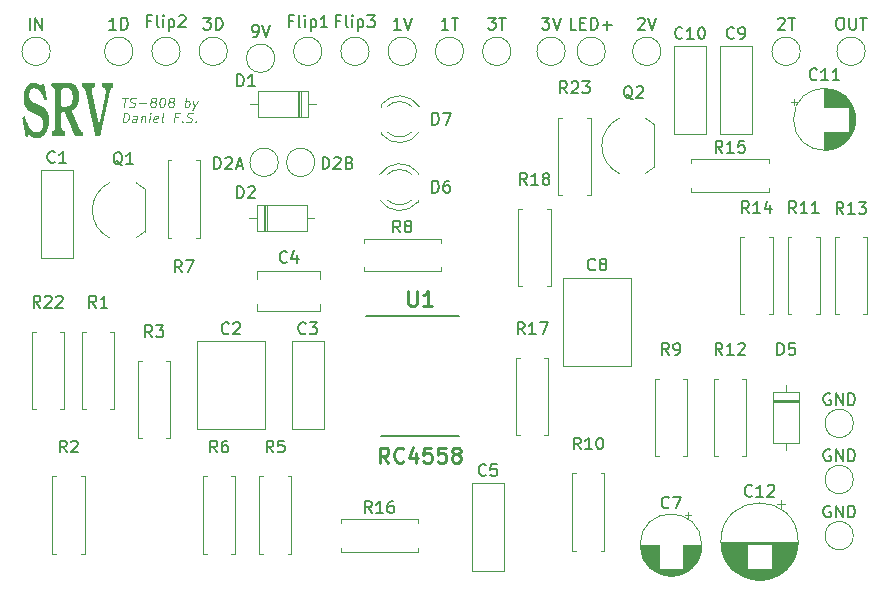
<source format=gto>
G04 #@! TF.GenerationSoftware,KiCad,Pcbnew,(6.0.4)*
G04 #@! TF.CreationDate,2023-03-15T02:05:12+00:00*
G04 #@! TF.ProjectId,ts_808,74735f38-3038-42e6-9b69-6361645f7063,rev?*
G04 #@! TF.SameCoordinates,Original*
G04 #@! TF.FileFunction,Legend,Top*
G04 #@! TF.FilePolarity,Positive*
%FSLAX46Y46*%
G04 Gerber Fmt 4.6, Leading zero omitted, Abs format (unit mm)*
G04 Created by KiCad (PCBNEW (6.0.4)) date 2023-03-15 02:05:12*
%MOMM*%
%LPD*%
G01*
G04 APERTURE LIST*
%ADD10C,0.254000*%
%ADD11C,0.100000*%
%ADD12C,0.150000*%
%ADD13C,0.120000*%
%ADD14C,0.200000*%
%ADD15C,2.000000*%
%ADD16O,1.600000X1.600000*%
%ADD17C,1.600000*%
%ADD18R,1.600000X1.600000*%
%ADD19R,1.500000X1.500000*%
%ADD20C,1.500000*%
%ADD21C,4.000000*%
%ADD22C,1.800000*%
%ADD23R,1.800000X1.800000*%
%ADD24R,1.130000X1.130000*%
%ADD25C,1.130000*%
G04 APERTURE END LIST*
D10*
X174839047Y-118324523D02*
X174415714Y-117719761D01*
X174113333Y-118324523D02*
X174113333Y-117054523D01*
X174597142Y-117054523D01*
X174718095Y-117115000D01*
X174778571Y-117175476D01*
X174839047Y-117296428D01*
X174839047Y-117477857D01*
X174778571Y-117598809D01*
X174718095Y-117659285D01*
X174597142Y-117719761D01*
X174113333Y-117719761D01*
X176109047Y-118203571D02*
X176048571Y-118264047D01*
X175867142Y-118324523D01*
X175746190Y-118324523D01*
X175564761Y-118264047D01*
X175443809Y-118143095D01*
X175383333Y-118022142D01*
X175322857Y-117780238D01*
X175322857Y-117598809D01*
X175383333Y-117356904D01*
X175443809Y-117235952D01*
X175564761Y-117115000D01*
X175746190Y-117054523D01*
X175867142Y-117054523D01*
X176048571Y-117115000D01*
X176109047Y-117175476D01*
X177197619Y-117477857D02*
X177197619Y-118324523D01*
X176895238Y-116994047D02*
X176592857Y-117901190D01*
X177379047Y-117901190D01*
X178467619Y-117054523D02*
X177862857Y-117054523D01*
X177802380Y-117659285D01*
X177862857Y-117598809D01*
X177983809Y-117538333D01*
X178286190Y-117538333D01*
X178407142Y-117598809D01*
X178467619Y-117659285D01*
X178528095Y-117780238D01*
X178528095Y-118082619D01*
X178467619Y-118203571D01*
X178407142Y-118264047D01*
X178286190Y-118324523D01*
X177983809Y-118324523D01*
X177862857Y-118264047D01*
X177802380Y-118203571D01*
X179677142Y-117054523D02*
X179072380Y-117054523D01*
X179011904Y-117659285D01*
X179072380Y-117598809D01*
X179193333Y-117538333D01*
X179495714Y-117538333D01*
X179616666Y-117598809D01*
X179677142Y-117659285D01*
X179737619Y-117780238D01*
X179737619Y-118082619D01*
X179677142Y-118203571D01*
X179616666Y-118264047D01*
X179495714Y-118324523D01*
X179193333Y-118324523D01*
X179072380Y-118264047D01*
X179011904Y-118203571D01*
X180463333Y-117598809D02*
X180342380Y-117538333D01*
X180281904Y-117477857D01*
X180221428Y-117356904D01*
X180221428Y-117296428D01*
X180281904Y-117175476D01*
X180342380Y-117115000D01*
X180463333Y-117054523D01*
X180705238Y-117054523D01*
X180826190Y-117115000D01*
X180886666Y-117175476D01*
X180947142Y-117296428D01*
X180947142Y-117356904D01*
X180886666Y-117477857D01*
X180826190Y-117538333D01*
X180705238Y-117598809D01*
X180463333Y-117598809D01*
X180342380Y-117659285D01*
X180281904Y-117719761D01*
X180221428Y-117840714D01*
X180221428Y-118082619D01*
X180281904Y-118203571D01*
X180342380Y-118264047D01*
X180463333Y-118324523D01*
X180705238Y-118324523D01*
X180826190Y-118264047D01*
X180886666Y-118203571D01*
X180947142Y-118082619D01*
X180947142Y-117840714D01*
X180886666Y-117719761D01*
X180826190Y-117659285D01*
X180705238Y-117598809D01*
D11*
X152305214Y-87417904D02*
X152762357Y-87417904D01*
X152433785Y-88217904D02*
X152533785Y-87417904D01*
X152895690Y-88179809D02*
X153005214Y-88217904D01*
X153195690Y-88217904D01*
X153276642Y-88179809D01*
X153319500Y-88141714D01*
X153367119Y-88065523D01*
X153376642Y-87989333D01*
X153348071Y-87913142D01*
X153314738Y-87875047D01*
X153243309Y-87836952D01*
X153095690Y-87798857D01*
X153024261Y-87760761D01*
X152990928Y-87722666D01*
X152962357Y-87646476D01*
X152971880Y-87570285D01*
X153019500Y-87494095D01*
X153062357Y-87456000D01*
X153143309Y-87417904D01*
X153333785Y-87417904D01*
X153443309Y-87456000D01*
X153729023Y-87913142D02*
X154338547Y-87913142D01*
X154852833Y-87760761D02*
X154781404Y-87722666D01*
X154748071Y-87684571D01*
X154719500Y-87608380D01*
X154724261Y-87570285D01*
X154771880Y-87494095D01*
X154814738Y-87456000D01*
X154895690Y-87417904D01*
X155048071Y-87417904D01*
X155119500Y-87456000D01*
X155152833Y-87494095D01*
X155181404Y-87570285D01*
X155176642Y-87608380D01*
X155129023Y-87684571D01*
X155086166Y-87722666D01*
X155005214Y-87760761D01*
X154852833Y-87760761D01*
X154771880Y-87798857D01*
X154729023Y-87836952D01*
X154681404Y-87913142D01*
X154662357Y-88065523D01*
X154690928Y-88141714D01*
X154724261Y-88179809D01*
X154795690Y-88217904D01*
X154948071Y-88217904D01*
X155029023Y-88179809D01*
X155071880Y-88141714D01*
X155119500Y-88065523D01*
X155138547Y-87913142D01*
X155109976Y-87836952D01*
X155076642Y-87798857D01*
X155005214Y-87760761D01*
X155695690Y-87417904D02*
X155771880Y-87417904D01*
X155843309Y-87456000D01*
X155876642Y-87494095D01*
X155905214Y-87570285D01*
X155924261Y-87722666D01*
X155900452Y-87913142D01*
X155843309Y-88065523D01*
X155795690Y-88141714D01*
X155752833Y-88179809D01*
X155671880Y-88217904D01*
X155595690Y-88217904D01*
X155524261Y-88179809D01*
X155490928Y-88141714D01*
X155462357Y-88065523D01*
X155443309Y-87913142D01*
X155467119Y-87722666D01*
X155524261Y-87570285D01*
X155571880Y-87494095D01*
X155614738Y-87456000D01*
X155695690Y-87417904D01*
X156376642Y-87760761D02*
X156305214Y-87722666D01*
X156271880Y-87684571D01*
X156243309Y-87608380D01*
X156248071Y-87570285D01*
X156295690Y-87494095D01*
X156338547Y-87456000D01*
X156419500Y-87417904D01*
X156571880Y-87417904D01*
X156643309Y-87456000D01*
X156676642Y-87494095D01*
X156705214Y-87570285D01*
X156700452Y-87608380D01*
X156652833Y-87684571D01*
X156609976Y-87722666D01*
X156529023Y-87760761D01*
X156376642Y-87760761D01*
X156295690Y-87798857D01*
X156252833Y-87836952D01*
X156205214Y-87913142D01*
X156186166Y-88065523D01*
X156214738Y-88141714D01*
X156248071Y-88179809D01*
X156319500Y-88217904D01*
X156471880Y-88217904D01*
X156552833Y-88179809D01*
X156595690Y-88141714D01*
X156643309Y-88065523D01*
X156662357Y-87913142D01*
X156633785Y-87836952D01*
X156600452Y-87798857D01*
X156529023Y-87760761D01*
X157576642Y-88217904D02*
X157676642Y-87417904D01*
X157638547Y-87722666D02*
X157719500Y-87684571D01*
X157871880Y-87684571D01*
X157943309Y-87722666D01*
X157976642Y-87760761D01*
X158005214Y-87836952D01*
X157976642Y-88065523D01*
X157929023Y-88141714D01*
X157886166Y-88179809D01*
X157805214Y-88217904D01*
X157652833Y-88217904D01*
X157581404Y-88179809D01*
X158290928Y-87684571D02*
X158414738Y-88217904D01*
X158671880Y-87684571D02*
X158414738Y-88217904D01*
X158314738Y-88408380D01*
X158271880Y-88446476D01*
X158190928Y-88484571D01*
X152338547Y-89505904D02*
X152438547Y-88705904D01*
X152629023Y-88705904D01*
X152738547Y-88744000D01*
X152805214Y-88820190D01*
X152833785Y-88896380D01*
X152852833Y-89048761D01*
X152838547Y-89163047D01*
X152781404Y-89315428D01*
X152733785Y-89391619D01*
X152648071Y-89467809D01*
X152529023Y-89505904D01*
X152338547Y-89505904D01*
X153481404Y-89505904D02*
X153533785Y-89086857D01*
X153505214Y-89010666D01*
X153433785Y-88972571D01*
X153281404Y-88972571D01*
X153200452Y-89010666D01*
X153486166Y-89467809D02*
X153405214Y-89505904D01*
X153214738Y-89505904D01*
X153143309Y-89467809D01*
X153114738Y-89391619D01*
X153124261Y-89315428D01*
X153171880Y-89239238D01*
X153252833Y-89201142D01*
X153443309Y-89201142D01*
X153524261Y-89163047D01*
X153929023Y-88972571D02*
X153862357Y-89505904D01*
X153919500Y-89048761D02*
X153962357Y-89010666D01*
X154043309Y-88972571D01*
X154157595Y-88972571D01*
X154229023Y-89010666D01*
X154257595Y-89086857D01*
X154205214Y-89505904D01*
X154586166Y-89505904D02*
X154652833Y-88972571D01*
X154686166Y-88705904D02*
X154643309Y-88744000D01*
X154676642Y-88782095D01*
X154719500Y-88744000D01*
X154686166Y-88705904D01*
X154676642Y-88782095D01*
X155276642Y-89467809D02*
X155195690Y-89505904D01*
X155043309Y-89505904D01*
X154971880Y-89467809D01*
X154943309Y-89391619D01*
X154981404Y-89086857D01*
X155029023Y-89010666D01*
X155109976Y-88972571D01*
X155262357Y-88972571D01*
X155333785Y-89010666D01*
X155362357Y-89086857D01*
X155352833Y-89163047D01*
X154962357Y-89239238D01*
X155767119Y-89505904D02*
X155695690Y-89467809D01*
X155667119Y-89391619D01*
X155752833Y-88705904D01*
X157000452Y-89086857D02*
X156733785Y-89086857D01*
X156681404Y-89505904D02*
X156781404Y-88705904D01*
X157162357Y-88705904D01*
X157376642Y-89429714D02*
X157409976Y-89467809D01*
X157367119Y-89505904D01*
X157333785Y-89467809D01*
X157376642Y-89429714D01*
X157367119Y-89505904D01*
X157714738Y-89467809D02*
X157824261Y-89505904D01*
X158014738Y-89505904D01*
X158095690Y-89467809D01*
X158138547Y-89429714D01*
X158186166Y-89353523D01*
X158195690Y-89277333D01*
X158167119Y-89201142D01*
X158133785Y-89163047D01*
X158062357Y-89124952D01*
X157914738Y-89086857D01*
X157843309Y-89048761D01*
X157809976Y-89010666D01*
X157781404Y-88934476D01*
X157790928Y-88858285D01*
X157838547Y-88782095D01*
X157881404Y-88744000D01*
X157962357Y-88705904D01*
X158152833Y-88705904D01*
X158262357Y-88744000D01*
X158519500Y-89429714D02*
X158552833Y-89467809D01*
X158509976Y-89505904D01*
X158476642Y-89467809D01*
X158519500Y-89429714D01*
X158509976Y-89505904D01*
D12*
X212238095Y-112502000D02*
X212142857Y-112454380D01*
X212000000Y-112454380D01*
X211857142Y-112502000D01*
X211761904Y-112597238D01*
X211714285Y-112692476D01*
X211666666Y-112882952D01*
X211666666Y-113025809D01*
X211714285Y-113216285D01*
X211761904Y-113311523D01*
X211857142Y-113406761D01*
X212000000Y-113454380D01*
X212095238Y-113454380D01*
X212238095Y-113406761D01*
X212285714Y-113359142D01*
X212285714Y-113025809D01*
X212095238Y-113025809D01*
X212714285Y-113454380D02*
X212714285Y-112454380D01*
X213285714Y-113454380D01*
X213285714Y-112454380D01*
X213761904Y-113454380D02*
X213761904Y-112454380D01*
X214000000Y-112454380D01*
X214142857Y-112502000D01*
X214238095Y-112597238D01*
X214285714Y-112692476D01*
X214333333Y-112882952D01*
X214333333Y-113025809D01*
X214285714Y-113216285D01*
X214238095Y-113311523D01*
X214142857Y-113406761D01*
X214000000Y-113454380D01*
X213761904Y-113454380D01*
X145357142Y-105202380D02*
X145023809Y-104726190D01*
X144785714Y-105202380D02*
X144785714Y-104202380D01*
X145166666Y-104202380D01*
X145261904Y-104250000D01*
X145309523Y-104297619D01*
X145357142Y-104392857D01*
X145357142Y-104535714D01*
X145309523Y-104630952D01*
X145261904Y-104678571D01*
X145166666Y-104726190D01*
X144785714Y-104726190D01*
X145738095Y-104297619D02*
X145785714Y-104250000D01*
X145880952Y-104202380D01*
X146119047Y-104202380D01*
X146214285Y-104250000D01*
X146261904Y-104297619D01*
X146309523Y-104392857D01*
X146309523Y-104488095D01*
X146261904Y-104630952D01*
X145690476Y-105202380D01*
X146309523Y-105202380D01*
X146690476Y-104297619D02*
X146738095Y-104250000D01*
X146833333Y-104202380D01*
X147071428Y-104202380D01*
X147166666Y-104250000D01*
X147214285Y-104297619D01*
X147261904Y-104392857D01*
X147261904Y-104488095D01*
X147214285Y-104630952D01*
X146642857Y-105202380D01*
X147261904Y-105202380D01*
X198583333Y-122107142D02*
X198535714Y-122154761D01*
X198392857Y-122202380D01*
X198297619Y-122202380D01*
X198154761Y-122154761D01*
X198059523Y-122059523D01*
X198011904Y-121964285D01*
X197964285Y-121773809D01*
X197964285Y-121630952D01*
X198011904Y-121440476D01*
X198059523Y-121345238D01*
X198154761Y-121250000D01*
X198297619Y-121202380D01*
X198392857Y-121202380D01*
X198535714Y-121250000D01*
X198583333Y-121297619D01*
X198916666Y-121202380D02*
X199583333Y-121202380D01*
X199154761Y-122202380D01*
X147583333Y-117452380D02*
X147250000Y-116976190D01*
X147011904Y-117452380D02*
X147011904Y-116452380D01*
X147392857Y-116452380D01*
X147488095Y-116500000D01*
X147535714Y-116547619D01*
X147583333Y-116642857D01*
X147583333Y-116785714D01*
X147535714Y-116880952D01*
X147488095Y-116928571D01*
X147392857Y-116976190D01*
X147011904Y-116976190D01*
X147964285Y-116547619D02*
X148011904Y-116500000D01*
X148107142Y-116452380D01*
X148345238Y-116452380D01*
X148440476Y-116500000D01*
X148488095Y-116547619D01*
X148535714Y-116642857D01*
X148535714Y-116738095D01*
X148488095Y-116880952D01*
X147916666Y-117452380D01*
X148535714Y-117452380D01*
X166233333Y-101307142D02*
X166185714Y-101354761D01*
X166042857Y-101402380D01*
X165947619Y-101402380D01*
X165804761Y-101354761D01*
X165709523Y-101259523D01*
X165661904Y-101164285D01*
X165614285Y-100973809D01*
X165614285Y-100830952D01*
X165661904Y-100640476D01*
X165709523Y-100545238D01*
X165804761Y-100450000D01*
X165947619Y-100402380D01*
X166042857Y-100402380D01*
X166185714Y-100450000D01*
X166233333Y-100497619D01*
X167090476Y-100735714D02*
X167090476Y-101402380D01*
X166852380Y-100354761D02*
X166614285Y-101069047D01*
X167233333Y-101069047D01*
X144476190Y-81652380D02*
X144476190Y-80652380D01*
X144952380Y-81652380D02*
X144952380Y-80652380D01*
X145523809Y-81652380D01*
X145523809Y-80652380D01*
X186357142Y-107452380D02*
X186023809Y-106976190D01*
X185785714Y-107452380D02*
X185785714Y-106452380D01*
X186166666Y-106452380D01*
X186261904Y-106500000D01*
X186309523Y-106547619D01*
X186357142Y-106642857D01*
X186357142Y-106785714D01*
X186309523Y-106880952D01*
X186261904Y-106928571D01*
X186166666Y-106976190D01*
X185785714Y-106976190D01*
X187309523Y-107452380D02*
X186738095Y-107452380D01*
X187023809Y-107452380D02*
X187023809Y-106452380D01*
X186928571Y-106595238D01*
X186833333Y-106690476D01*
X186738095Y-106738095D01*
X187642857Y-106452380D02*
X188309523Y-106452380D01*
X187880952Y-107452380D01*
X170714285Y-80928571D02*
X170380952Y-80928571D01*
X170380952Y-81452380D02*
X170380952Y-80452380D01*
X170857142Y-80452380D01*
X171380952Y-81452380D02*
X171285714Y-81404761D01*
X171238095Y-81309523D01*
X171238095Y-80452380D01*
X171761904Y-81452380D02*
X171761904Y-80785714D01*
X171761904Y-80452380D02*
X171714285Y-80500000D01*
X171761904Y-80547619D01*
X171809523Y-80500000D01*
X171761904Y-80452380D01*
X171761904Y-80547619D01*
X172238095Y-80785714D02*
X172238095Y-81785714D01*
X172238095Y-80833333D02*
X172333333Y-80785714D01*
X172523809Y-80785714D01*
X172619047Y-80833333D01*
X172666666Y-80880952D01*
X172714285Y-80976190D01*
X172714285Y-81261904D01*
X172666666Y-81357142D01*
X172619047Y-81404761D01*
X172523809Y-81452380D01*
X172333333Y-81452380D01*
X172238095Y-81404761D01*
X173047619Y-80452380D02*
X173666666Y-80452380D01*
X173333333Y-80833333D01*
X173476190Y-80833333D01*
X173571428Y-80880952D01*
X173619047Y-80928571D01*
X173666666Y-81023809D01*
X173666666Y-81261904D01*
X173619047Y-81357142D01*
X173571428Y-81404761D01*
X173476190Y-81452380D01*
X173190476Y-81452380D01*
X173095238Y-81404761D01*
X173047619Y-81357142D01*
X150083333Y-105202380D02*
X149750000Y-104726190D01*
X149511904Y-105202380D02*
X149511904Y-104202380D01*
X149892857Y-104202380D01*
X149988095Y-104250000D01*
X150035714Y-104297619D01*
X150083333Y-104392857D01*
X150083333Y-104535714D01*
X150035714Y-104630952D01*
X149988095Y-104678571D01*
X149892857Y-104726190D01*
X149511904Y-104726190D01*
X151035714Y-105202380D02*
X150464285Y-105202380D01*
X150750000Y-105202380D02*
X150750000Y-104202380D01*
X150654761Y-104345238D01*
X150559523Y-104440476D01*
X150464285Y-104488095D01*
X161333333Y-107357142D02*
X161285714Y-107404761D01*
X161142857Y-107452380D01*
X161047619Y-107452380D01*
X160904761Y-107404761D01*
X160809523Y-107309523D01*
X160761904Y-107214285D01*
X160714285Y-107023809D01*
X160714285Y-106880952D01*
X160761904Y-106690476D01*
X160809523Y-106595238D01*
X160904761Y-106500000D01*
X161047619Y-106452380D01*
X161142857Y-106452380D01*
X161285714Y-106500000D01*
X161333333Y-106547619D01*
X161714285Y-106547619D02*
X161761904Y-106500000D01*
X161857142Y-106452380D01*
X162095238Y-106452380D01*
X162190476Y-106500000D01*
X162238095Y-106547619D01*
X162285714Y-106642857D01*
X162285714Y-106738095D01*
X162238095Y-106880952D01*
X161666666Y-107452380D01*
X162285714Y-107452380D01*
X207761904Y-109202380D02*
X207761904Y-108202380D01*
X208000000Y-108202380D01*
X208142857Y-108250000D01*
X208238095Y-108345238D01*
X208285714Y-108440476D01*
X208333333Y-108630952D01*
X208333333Y-108773809D01*
X208285714Y-108964285D01*
X208238095Y-109059523D01*
X208142857Y-109154761D01*
X208000000Y-109202380D01*
X207761904Y-109202380D01*
X209238095Y-108202380D02*
X208761904Y-108202380D01*
X208714285Y-108678571D01*
X208761904Y-108630952D01*
X208857142Y-108583333D01*
X209095238Y-108583333D01*
X209190476Y-108630952D01*
X209238095Y-108678571D01*
X209285714Y-108773809D01*
X209285714Y-109011904D01*
X209238095Y-109107142D01*
X209190476Y-109154761D01*
X209095238Y-109202380D01*
X208857142Y-109202380D01*
X208761904Y-109154761D01*
X208714285Y-109107142D01*
X157333333Y-102202380D02*
X157000000Y-101726190D01*
X156761904Y-102202380D02*
X156761904Y-101202380D01*
X157142857Y-101202380D01*
X157238095Y-101250000D01*
X157285714Y-101297619D01*
X157333333Y-101392857D01*
X157333333Y-101535714D01*
X157285714Y-101630952D01*
X157238095Y-101678571D01*
X157142857Y-101726190D01*
X156761904Y-101726190D01*
X157666666Y-101202380D02*
X158333333Y-101202380D01*
X157904761Y-102202380D01*
X154714285Y-80928571D02*
X154380952Y-80928571D01*
X154380952Y-81452380D02*
X154380952Y-80452380D01*
X154857142Y-80452380D01*
X155380952Y-81452380D02*
X155285714Y-81404761D01*
X155238095Y-81309523D01*
X155238095Y-80452380D01*
X155761904Y-81452380D02*
X155761904Y-80785714D01*
X155761904Y-80452380D02*
X155714285Y-80500000D01*
X155761904Y-80547619D01*
X155809523Y-80500000D01*
X155761904Y-80452380D01*
X155761904Y-80547619D01*
X156238095Y-80785714D02*
X156238095Y-81785714D01*
X156238095Y-80833333D02*
X156333333Y-80785714D01*
X156523809Y-80785714D01*
X156619047Y-80833333D01*
X156666666Y-80880952D01*
X156714285Y-80976190D01*
X156714285Y-81261904D01*
X156666666Y-81357142D01*
X156619047Y-81404761D01*
X156523809Y-81452380D01*
X156333333Y-81452380D01*
X156238095Y-81404761D01*
X157095238Y-80547619D02*
X157142857Y-80500000D01*
X157238095Y-80452380D01*
X157476190Y-80452380D01*
X157571428Y-80500000D01*
X157619047Y-80547619D01*
X157666666Y-80642857D01*
X157666666Y-80738095D01*
X157619047Y-80880952D01*
X157047619Y-81452380D01*
X157666666Y-81452380D01*
X167833333Y-107357142D02*
X167785714Y-107404761D01*
X167642857Y-107452380D01*
X167547619Y-107452380D01*
X167404761Y-107404761D01*
X167309523Y-107309523D01*
X167261904Y-107214285D01*
X167214285Y-107023809D01*
X167214285Y-106880952D01*
X167261904Y-106690476D01*
X167309523Y-106595238D01*
X167404761Y-106500000D01*
X167547619Y-106452380D01*
X167642857Y-106452380D01*
X167785714Y-106500000D01*
X167833333Y-106547619D01*
X168166666Y-106452380D02*
X168785714Y-106452380D01*
X168452380Y-106833333D01*
X168595238Y-106833333D01*
X168690476Y-106880952D01*
X168738095Y-106928571D01*
X168785714Y-107023809D01*
X168785714Y-107261904D01*
X168738095Y-107357142D01*
X168690476Y-107404761D01*
X168595238Y-107452380D01*
X168309523Y-107452380D01*
X168214285Y-107404761D01*
X168166666Y-107357142D01*
X175857142Y-81652380D02*
X175285714Y-81652380D01*
X175571428Y-81652380D02*
X175571428Y-80652380D01*
X175476190Y-80795238D01*
X175380952Y-80890476D01*
X175285714Y-80938095D01*
X176142857Y-80652380D02*
X176476190Y-81652380D01*
X176809523Y-80652380D01*
X166714285Y-80928571D02*
X166380952Y-80928571D01*
X166380952Y-81452380D02*
X166380952Y-80452380D01*
X166857142Y-80452380D01*
X167380952Y-81452380D02*
X167285714Y-81404761D01*
X167238095Y-81309523D01*
X167238095Y-80452380D01*
X167761904Y-81452380D02*
X167761904Y-80785714D01*
X167761904Y-80452380D02*
X167714285Y-80500000D01*
X167761904Y-80547619D01*
X167809523Y-80500000D01*
X167761904Y-80452380D01*
X167761904Y-80547619D01*
X168238095Y-80785714D02*
X168238095Y-81785714D01*
X168238095Y-80833333D02*
X168333333Y-80785714D01*
X168523809Y-80785714D01*
X168619047Y-80833333D01*
X168666666Y-80880952D01*
X168714285Y-80976190D01*
X168714285Y-81261904D01*
X168666666Y-81357142D01*
X168619047Y-81404761D01*
X168523809Y-81452380D01*
X168333333Y-81452380D01*
X168238095Y-81404761D01*
X169666666Y-81452380D02*
X169095238Y-81452380D01*
X169380952Y-81452380D02*
X169380952Y-80452380D01*
X169285714Y-80595238D01*
X169190476Y-80690476D01*
X169095238Y-80738095D01*
X205357142Y-97202380D02*
X205023809Y-96726190D01*
X204785714Y-97202380D02*
X204785714Y-96202380D01*
X205166666Y-96202380D01*
X205261904Y-96250000D01*
X205309523Y-96297619D01*
X205357142Y-96392857D01*
X205357142Y-96535714D01*
X205309523Y-96630952D01*
X205261904Y-96678571D01*
X205166666Y-96726190D01*
X204785714Y-96726190D01*
X206309523Y-97202380D02*
X205738095Y-97202380D01*
X206023809Y-97202380D02*
X206023809Y-96202380D01*
X205928571Y-96345238D01*
X205833333Y-96440476D01*
X205738095Y-96488095D01*
X207166666Y-96535714D02*
X207166666Y-97202380D01*
X206928571Y-96154761D02*
X206690476Y-96869047D01*
X207309523Y-96869047D01*
X151785714Y-81652380D02*
X151214285Y-81652380D01*
X151500000Y-81652380D02*
X151500000Y-80652380D01*
X151404761Y-80795238D01*
X151309523Y-80890476D01*
X151214285Y-80938095D01*
X152214285Y-81652380D02*
X152214285Y-80652380D01*
X152452380Y-80652380D01*
X152595238Y-80700000D01*
X152690476Y-80795238D01*
X152738095Y-80890476D01*
X152785714Y-81080952D01*
X152785714Y-81223809D01*
X152738095Y-81414285D01*
X152690476Y-81509523D01*
X152595238Y-81604761D01*
X152452380Y-81652380D01*
X152214285Y-81652380D01*
X162011904Y-86452380D02*
X162011904Y-85452380D01*
X162250000Y-85452380D01*
X162392857Y-85500000D01*
X162488095Y-85595238D01*
X162535714Y-85690476D01*
X162583333Y-85880952D01*
X162583333Y-86023809D01*
X162535714Y-86214285D01*
X162488095Y-86309523D01*
X162392857Y-86404761D01*
X162250000Y-86452380D01*
X162011904Y-86452380D01*
X163535714Y-86452380D02*
X162964285Y-86452380D01*
X163250000Y-86452380D02*
X163250000Y-85452380D01*
X163154761Y-85595238D01*
X163059523Y-85690476D01*
X162964285Y-85738095D01*
X205607142Y-121107142D02*
X205559523Y-121154761D01*
X205416666Y-121202380D01*
X205321428Y-121202380D01*
X205178571Y-121154761D01*
X205083333Y-121059523D01*
X205035714Y-120964285D01*
X204988095Y-120773809D01*
X204988095Y-120630952D01*
X205035714Y-120440476D01*
X205083333Y-120345238D01*
X205178571Y-120250000D01*
X205321428Y-120202380D01*
X205416666Y-120202380D01*
X205559523Y-120250000D01*
X205607142Y-120297619D01*
X206559523Y-121202380D02*
X205988095Y-121202380D01*
X206273809Y-121202380D02*
X206273809Y-120202380D01*
X206178571Y-120345238D01*
X206083333Y-120440476D01*
X205988095Y-120488095D01*
X206940476Y-120297619D02*
X206988095Y-120250000D01*
X207083333Y-120202380D01*
X207321428Y-120202380D01*
X207416666Y-120250000D01*
X207464285Y-120297619D01*
X207511904Y-120392857D01*
X207511904Y-120488095D01*
X207464285Y-120630952D01*
X206892857Y-121202380D01*
X207511904Y-121202380D01*
X160333333Y-117452380D02*
X160000000Y-116976190D01*
X159761904Y-117452380D02*
X159761904Y-116452380D01*
X160142857Y-116452380D01*
X160238095Y-116500000D01*
X160285714Y-116547619D01*
X160333333Y-116642857D01*
X160333333Y-116785714D01*
X160285714Y-116880952D01*
X160238095Y-116928571D01*
X160142857Y-116976190D01*
X159761904Y-116976190D01*
X161190476Y-116452380D02*
X161000000Y-116452380D01*
X160904761Y-116500000D01*
X160857142Y-116547619D01*
X160761904Y-116690476D01*
X160714285Y-116880952D01*
X160714285Y-117261904D01*
X160761904Y-117357142D01*
X160809523Y-117404761D01*
X160904761Y-117452380D01*
X161095238Y-117452380D01*
X161190476Y-117404761D01*
X161238095Y-117357142D01*
X161285714Y-117261904D01*
X161285714Y-117023809D01*
X161238095Y-116928571D01*
X161190476Y-116880952D01*
X161095238Y-116833333D01*
X160904761Y-116833333D01*
X160809523Y-116880952D01*
X160761904Y-116928571D01*
X160714285Y-117023809D01*
X187838095Y-80652380D02*
X188457142Y-80652380D01*
X188123809Y-81033333D01*
X188266666Y-81033333D01*
X188361904Y-81080952D01*
X188409523Y-81128571D01*
X188457142Y-81223809D01*
X188457142Y-81461904D01*
X188409523Y-81557142D01*
X188361904Y-81604761D01*
X188266666Y-81652380D01*
X187980952Y-81652380D01*
X187885714Y-81604761D01*
X187838095Y-81557142D01*
X188742857Y-80652380D02*
X189076190Y-81652380D01*
X189409523Y-80652380D01*
X152304761Y-93147619D02*
X152209523Y-93100000D01*
X152114285Y-93004761D01*
X151971428Y-92861904D01*
X151876190Y-92814285D01*
X151780952Y-92814285D01*
X151828571Y-93052380D02*
X151733333Y-93004761D01*
X151638095Y-92909523D01*
X151590476Y-92719047D01*
X151590476Y-92385714D01*
X151638095Y-92195238D01*
X151733333Y-92100000D01*
X151828571Y-92052380D01*
X152019047Y-92052380D01*
X152114285Y-92100000D01*
X152209523Y-92195238D01*
X152257142Y-92385714D01*
X152257142Y-92719047D01*
X152209523Y-92909523D01*
X152114285Y-93004761D01*
X152019047Y-93052380D01*
X151828571Y-93052380D01*
X153209523Y-93052380D02*
X152638095Y-93052380D01*
X152923809Y-93052380D02*
X152923809Y-92052380D01*
X152828571Y-92195238D01*
X152733333Y-92290476D01*
X152638095Y-92338095D01*
X165083333Y-117452380D02*
X164750000Y-116976190D01*
X164511904Y-117452380D02*
X164511904Y-116452380D01*
X164892857Y-116452380D01*
X164988095Y-116500000D01*
X165035714Y-116547619D01*
X165083333Y-116642857D01*
X165083333Y-116785714D01*
X165035714Y-116880952D01*
X164988095Y-116928571D01*
X164892857Y-116976190D01*
X164511904Y-116976190D01*
X165988095Y-116452380D02*
X165511904Y-116452380D01*
X165464285Y-116928571D01*
X165511904Y-116880952D01*
X165607142Y-116833333D01*
X165845238Y-116833333D01*
X165940476Y-116880952D01*
X165988095Y-116928571D01*
X166035714Y-117023809D01*
X166035714Y-117261904D01*
X165988095Y-117357142D01*
X165940476Y-117404761D01*
X165845238Y-117452380D01*
X165607142Y-117452380D01*
X165511904Y-117404761D01*
X165464285Y-117357142D01*
X191107142Y-117202380D02*
X190773809Y-116726190D01*
X190535714Y-117202380D02*
X190535714Y-116202380D01*
X190916666Y-116202380D01*
X191011904Y-116250000D01*
X191059523Y-116297619D01*
X191107142Y-116392857D01*
X191107142Y-116535714D01*
X191059523Y-116630952D01*
X191011904Y-116678571D01*
X190916666Y-116726190D01*
X190535714Y-116726190D01*
X192059523Y-117202380D02*
X191488095Y-117202380D01*
X191773809Y-117202380D02*
X191773809Y-116202380D01*
X191678571Y-116345238D01*
X191583333Y-116440476D01*
X191488095Y-116488095D01*
X192678571Y-116202380D02*
X192773809Y-116202380D01*
X192869047Y-116250000D01*
X192916666Y-116297619D01*
X192964285Y-116392857D01*
X193011904Y-116583333D01*
X193011904Y-116821428D01*
X192964285Y-117011904D01*
X192916666Y-117107142D01*
X192869047Y-117154761D01*
X192773809Y-117202380D01*
X192678571Y-117202380D01*
X192583333Y-117154761D01*
X192535714Y-117107142D01*
X192488095Y-117011904D01*
X192440476Y-116821428D01*
X192440476Y-116583333D01*
X192488095Y-116392857D01*
X192535714Y-116297619D01*
X192583333Y-116250000D01*
X192678571Y-116202380D01*
X211107142Y-85857142D02*
X211059523Y-85904761D01*
X210916666Y-85952380D01*
X210821428Y-85952380D01*
X210678571Y-85904761D01*
X210583333Y-85809523D01*
X210535714Y-85714285D01*
X210488095Y-85523809D01*
X210488095Y-85380952D01*
X210535714Y-85190476D01*
X210583333Y-85095238D01*
X210678571Y-85000000D01*
X210821428Y-84952380D01*
X210916666Y-84952380D01*
X211059523Y-85000000D01*
X211107142Y-85047619D01*
X212059523Y-85952380D02*
X211488095Y-85952380D01*
X211773809Y-85952380D02*
X211773809Y-84952380D01*
X211678571Y-85095238D01*
X211583333Y-85190476D01*
X211488095Y-85238095D01*
X213011904Y-85952380D02*
X212440476Y-85952380D01*
X212726190Y-85952380D02*
X212726190Y-84952380D01*
X212630952Y-85095238D01*
X212535714Y-85190476D01*
X212440476Y-85238095D01*
X213357142Y-97262380D02*
X213023809Y-96786190D01*
X212785714Y-97262380D02*
X212785714Y-96262380D01*
X213166666Y-96262380D01*
X213261904Y-96310000D01*
X213309523Y-96357619D01*
X213357142Y-96452857D01*
X213357142Y-96595714D01*
X213309523Y-96690952D01*
X213261904Y-96738571D01*
X213166666Y-96786190D01*
X212785714Y-96786190D01*
X214309523Y-97262380D02*
X213738095Y-97262380D01*
X214023809Y-97262380D02*
X214023809Y-96262380D01*
X213928571Y-96405238D01*
X213833333Y-96500476D01*
X213738095Y-96548095D01*
X214642857Y-96262380D02*
X215261904Y-96262380D01*
X214928571Y-96643333D01*
X215071428Y-96643333D01*
X215166666Y-96690952D01*
X215214285Y-96738571D01*
X215261904Y-96833809D01*
X215261904Y-97071904D01*
X215214285Y-97167142D01*
X215166666Y-97214761D01*
X215071428Y-97262380D01*
X214785714Y-97262380D01*
X214690476Y-97214761D01*
X214642857Y-97167142D01*
X209357142Y-97202380D02*
X209023809Y-96726190D01*
X208785714Y-97202380D02*
X208785714Y-96202380D01*
X209166666Y-96202380D01*
X209261904Y-96250000D01*
X209309523Y-96297619D01*
X209357142Y-96392857D01*
X209357142Y-96535714D01*
X209309523Y-96630952D01*
X209261904Y-96678571D01*
X209166666Y-96726190D01*
X208785714Y-96726190D01*
X210309523Y-97202380D02*
X209738095Y-97202380D01*
X210023809Y-97202380D02*
X210023809Y-96202380D01*
X209928571Y-96345238D01*
X209833333Y-96440476D01*
X209738095Y-96488095D01*
X211261904Y-97202380D02*
X210690476Y-97202380D01*
X210976190Y-97202380D02*
X210976190Y-96202380D01*
X210880952Y-96345238D01*
X210785714Y-96440476D01*
X210690476Y-96488095D01*
X204083333Y-82357142D02*
X204035714Y-82404761D01*
X203892857Y-82452380D01*
X203797619Y-82452380D01*
X203654761Y-82404761D01*
X203559523Y-82309523D01*
X203511904Y-82214285D01*
X203464285Y-82023809D01*
X203464285Y-81880952D01*
X203511904Y-81690476D01*
X203559523Y-81595238D01*
X203654761Y-81500000D01*
X203797619Y-81452380D01*
X203892857Y-81452380D01*
X204035714Y-81500000D01*
X204083333Y-81547619D01*
X204559523Y-82452380D02*
X204750000Y-82452380D01*
X204845238Y-82404761D01*
X204892857Y-82357142D01*
X204988095Y-82214285D01*
X205035714Y-82023809D01*
X205035714Y-81642857D01*
X204988095Y-81547619D01*
X204940476Y-81500000D01*
X204845238Y-81452380D01*
X204654761Y-81452380D01*
X204559523Y-81500000D01*
X204511904Y-81547619D01*
X204464285Y-81642857D01*
X204464285Y-81880952D01*
X204511904Y-81976190D01*
X204559523Y-82023809D01*
X204654761Y-82071428D01*
X204845238Y-82071428D01*
X204940476Y-82023809D01*
X204988095Y-81976190D01*
X205035714Y-81880952D01*
X175833333Y-98832380D02*
X175500000Y-98356190D01*
X175261904Y-98832380D02*
X175261904Y-97832380D01*
X175642857Y-97832380D01*
X175738095Y-97880000D01*
X175785714Y-97927619D01*
X175833333Y-98022857D01*
X175833333Y-98165714D01*
X175785714Y-98260952D01*
X175738095Y-98308571D01*
X175642857Y-98356190D01*
X175261904Y-98356190D01*
X176404761Y-98260952D02*
X176309523Y-98213333D01*
X176261904Y-98165714D01*
X176214285Y-98070476D01*
X176214285Y-98022857D01*
X176261904Y-97927619D01*
X176309523Y-97880000D01*
X176404761Y-97832380D01*
X176595238Y-97832380D01*
X176690476Y-97880000D01*
X176738095Y-97927619D01*
X176785714Y-98022857D01*
X176785714Y-98070476D01*
X176738095Y-98165714D01*
X176690476Y-98213333D01*
X176595238Y-98260952D01*
X176404761Y-98260952D01*
X176309523Y-98308571D01*
X176261904Y-98356190D01*
X176214285Y-98451428D01*
X176214285Y-98641904D01*
X176261904Y-98737142D01*
X176309523Y-98784761D01*
X176404761Y-98832380D01*
X176595238Y-98832380D01*
X176690476Y-98784761D01*
X176738095Y-98737142D01*
X176785714Y-98641904D01*
X176785714Y-98451428D01*
X176738095Y-98356190D01*
X176690476Y-98308571D01*
X176595238Y-98260952D01*
X203107142Y-92082380D02*
X202773809Y-91606190D01*
X202535714Y-92082380D02*
X202535714Y-91082380D01*
X202916666Y-91082380D01*
X203011904Y-91130000D01*
X203059523Y-91177619D01*
X203107142Y-91272857D01*
X203107142Y-91415714D01*
X203059523Y-91510952D01*
X203011904Y-91558571D01*
X202916666Y-91606190D01*
X202535714Y-91606190D01*
X204059523Y-92082380D02*
X203488095Y-92082380D01*
X203773809Y-92082380D02*
X203773809Y-91082380D01*
X203678571Y-91225238D01*
X203583333Y-91320476D01*
X203488095Y-91368095D01*
X204964285Y-91082380D02*
X204488095Y-91082380D01*
X204440476Y-91558571D01*
X204488095Y-91510952D01*
X204583333Y-91463333D01*
X204821428Y-91463333D01*
X204916666Y-91510952D01*
X204964285Y-91558571D01*
X205011904Y-91653809D01*
X205011904Y-91891904D01*
X204964285Y-91987142D01*
X204916666Y-92034761D01*
X204821428Y-92082380D01*
X204583333Y-92082380D01*
X204488095Y-92034761D01*
X204440476Y-91987142D01*
X192333333Y-101957142D02*
X192285714Y-102004761D01*
X192142857Y-102052380D01*
X192047619Y-102052380D01*
X191904761Y-102004761D01*
X191809523Y-101909523D01*
X191761904Y-101814285D01*
X191714285Y-101623809D01*
X191714285Y-101480952D01*
X191761904Y-101290476D01*
X191809523Y-101195238D01*
X191904761Y-101100000D01*
X192047619Y-101052380D01*
X192142857Y-101052380D01*
X192285714Y-101100000D01*
X192333333Y-101147619D01*
X192904761Y-101480952D02*
X192809523Y-101433333D01*
X192761904Y-101385714D01*
X192714285Y-101290476D01*
X192714285Y-101242857D01*
X192761904Y-101147619D01*
X192809523Y-101100000D01*
X192904761Y-101052380D01*
X193095238Y-101052380D01*
X193190476Y-101100000D01*
X193238095Y-101147619D01*
X193285714Y-101242857D01*
X193285714Y-101290476D01*
X193238095Y-101385714D01*
X193190476Y-101433333D01*
X193095238Y-101480952D01*
X192904761Y-101480952D01*
X192809523Y-101528571D01*
X192761904Y-101576190D01*
X192714285Y-101671428D01*
X192714285Y-101861904D01*
X192761904Y-101957142D01*
X192809523Y-102004761D01*
X192904761Y-102052380D01*
X193095238Y-102052380D01*
X193190476Y-102004761D01*
X193238095Y-101957142D01*
X193285714Y-101861904D01*
X193285714Y-101671428D01*
X193238095Y-101576190D01*
X193190476Y-101528571D01*
X193095238Y-101480952D01*
X203107142Y-109202380D02*
X202773809Y-108726190D01*
X202535714Y-109202380D02*
X202535714Y-108202380D01*
X202916666Y-108202380D01*
X203011904Y-108250000D01*
X203059523Y-108297619D01*
X203107142Y-108392857D01*
X203107142Y-108535714D01*
X203059523Y-108630952D01*
X203011904Y-108678571D01*
X202916666Y-108726190D01*
X202535714Y-108726190D01*
X204059523Y-109202380D02*
X203488095Y-109202380D01*
X203773809Y-109202380D02*
X203773809Y-108202380D01*
X203678571Y-108345238D01*
X203583333Y-108440476D01*
X203488095Y-108488095D01*
X204440476Y-108297619D02*
X204488095Y-108250000D01*
X204583333Y-108202380D01*
X204821428Y-108202380D01*
X204916666Y-108250000D01*
X204964285Y-108297619D01*
X205011904Y-108392857D01*
X205011904Y-108488095D01*
X204964285Y-108630952D01*
X204392857Y-109202380D01*
X205011904Y-109202380D01*
X163390952Y-82252380D02*
X163581428Y-82252380D01*
X163676666Y-82204761D01*
X163724285Y-82157142D01*
X163819523Y-82014285D01*
X163867142Y-81823809D01*
X163867142Y-81442857D01*
X163819523Y-81347619D01*
X163771904Y-81300000D01*
X163676666Y-81252380D01*
X163486190Y-81252380D01*
X163390952Y-81300000D01*
X163343333Y-81347619D01*
X163295714Y-81442857D01*
X163295714Y-81680952D01*
X163343333Y-81776190D01*
X163390952Y-81823809D01*
X163486190Y-81871428D01*
X163676666Y-81871428D01*
X163771904Y-81823809D01*
X163819523Y-81776190D01*
X163867142Y-81680952D01*
X164152857Y-81252380D02*
X164486190Y-82252380D01*
X164819523Y-81252380D01*
X159166666Y-80652380D02*
X159785714Y-80652380D01*
X159452380Y-81033333D01*
X159595238Y-81033333D01*
X159690476Y-81080952D01*
X159738095Y-81128571D01*
X159785714Y-81223809D01*
X159785714Y-81461904D01*
X159738095Y-81557142D01*
X159690476Y-81604761D01*
X159595238Y-81652380D01*
X159309523Y-81652380D01*
X159214285Y-81604761D01*
X159166666Y-81557142D01*
X160214285Y-81652380D02*
X160214285Y-80652380D01*
X160452380Y-80652380D01*
X160595238Y-80700000D01*
X160690476Y-80795238D01*
X160738095Y-80890476D01*
X160785714Y-81080952D01*
X160785714Y-81223809D01*
X160738095Y-81414285D01*
X160690476Y-81509523D01*
X160595238Y-81604761D01*
X160452380Y-81652380D01*
X160214285Y-81652380D01*
X179904761Y-81652380D02*
X179333333Y-81652380D01*
X179619047Y-81652380D02*
X179619047Y-80652380D01*
X179523809Y-80795238D01*
X179428571Y-80890476D01*
X179333333Y-80938095D01*
X180190476Y-80652380D02*
X180761904Y-80652380D01*
X180476190Y-81652380D02*
X180476190Y-80652380D01*
X199715422Y-82357142D02*
X199667803Y-82404761D01*
X199524946Y-82452380D01*
X199429708Y-82452380D01*
X199286851Y-82404761D01*
X199191613Y-82309523D01*
X199143994Y-82214285D01*
X199096375Y-82023809D01*
X199096375Y-81880952D01*
X199143994Y-81690476D01*
X199191613Y-81595238D01*
X199286851Y-81500000D01*
X199429708Y-81452380D01*
X199524946Y-81452380D01*
X199667803Y-81500000D01*
X199715422Y-81547619D01*
X200667803Y-82452380D02*
X200096375Y-82452380D01*
X200382089Y-82452380D02*
X200382089Y-81452380D01*
X200286851Y-81595238D01*
X200191613Y-81690476D01*
X200096375Y-81738095D01*
X201286851Y-81452380D02*
X201382089Y-81452380D01*
X201477327Y-81500000D01*
X201524946Y-81547619D01*
X201572565Y-81642857D01*
X201620184Y-81833333D01*
X201620184Y-82071428D01*
X201572565Y-82261904D01*
X201524946Y-82357142D01*
X201477327Y-82404761D01*
X201382089Y-82452380D01*
X201286851Y-82452380D01*
X201191613Y-82404761D01*
X201143994Y-82357142D01*
X201096375Y-82261904D01*
X201048756Y-82071428D01*
X201048756Y-81833333D01*
X201096375Y-81642857D01*
X201143994Y-81547619D01*
X201191613Y-81500000D01*
X201286851Y-81452380D01*
X190738095Y-81652380D02*
X190261904Y-81652380D01*
X190261904Y-80652380D01*
X191071428Y-81128571D02*
X191404761Y-81128571D01*
X191547619Y-81652380D02*
X191071428Y-81652380D01*
X191071428Y-80652380D01*
X191547619Y-80652380D01*
X191976190Y-81652380D02*
X191976190Y-80652380D01*
X192214285Y-80652380D01*
X192357142Y-80700000D01*
X192452380Y-80795238D01*
X192500000Y-80890476D01*
X192547619Y-81080952D01*
X192547619Y-81223809D01*
X192500000Y-81414285D01*
X192452380Y-81509523D01*
X192357142Y-81604761D01*
X192214285Y-81652380D01*
X191976190Y-81652380D01*
X192976190Y-81271428D02*
X193738095Y-81271428D01*
X193357142Y-81652380D02*
X193357142Y-80890476D01*
X213000000Y-80652380D02*
X213190476Y-80652380D01*
X213285714Y-80700000D01*
X213380952Y-80795238D01*
X213428571Y-80985714D01*
X213428571Y-81319047D01*
X213380952Y-81509523D01*
X213285714Y-81604761D01*
X213190476Y-81652380D01*
X213000000Y-81652380D01*
X212904761Y-81604761D01*
X212809523Y-81509523D01*
X212761904Y-81319047D01*
X212761904Y-80985714D01*
X212809523Y-80795238D01*
X212904761Y-80700000D01*
X213000000Y-80652380D01*
X213857142Y-80652380D02*
X213857142Y-81461904D01*
X213904761Y-81557142D01*
X213952380Y-81604761D01*
X214047619Y-81652380D01*
X214238095Y-81652380D01*
X214333333Y-81604761D01*
X214380952Y-81557142D01*
X214428571Y-81461904D01*
X214428571Y-80652380D01*
X214761904Y-80652380D02*
X215333333Y-80652380D01*
X215047619Y-81652380D02*
X215047619Y-80652380D01*
X183285714Y-80652380D02*
X183904761Y-80652380D01*
X183571428Y-81033333D01*
X183714285Y-81033333D01*
X183809523Y-81080952D01*
X183857142Y-81128571D01*
X183904761Y-81223809D01*
X183904761Y-81461904D01*
X183857142Y-81557142D01*
X183809523Y-81604761D01*
X183714285Y-81652380D01*
X183428571Y-81652380D01*
X183333333Y-81604761D01*
X183285714Y-81557142D01*
X184190476Y-80652380D02*
X184761904Y-80652380D01*
X184476190Y-81652380D02*
X184476190Y-80652380D01*
X178536904Y-89702380D02*
X178536904Y-88702380D01*
X178775000Y-88702380D01*
X178917857Y-88750000D01*
X179013095Y-88845238D01*
X179060714Y-88940476D01*
X179108333Y-89130952D01*
X179108333Y-89273809D01*
X179060714Y-89464285D01*
X179013095Y-89559523D01*
X178917857Y-89654761D01*
X178775000Y-89702380D01*
X178536904Y-89702380D01*
X179441666Y-88702380D02*
X180108333Y-88702380D01*
X179679761Y-89702380D01*
X160083333Y-93452380D02*
X160083333Y-92452380D01*
X160321428Y-92452380D01*
X160464285Y-92500000D01*
X160559523Y-92595238D01*
X160607142Y-92690476D01*
X160654761Y-92880952D01*
X160654761Y-93023809D01*
X160607142Y-93214285D01*
X160559523Y-93309523D01*
X160464285Y-93404761D01*
X160321428Y-93452380D01*
X160083333Y-93452380D01*
X161035714Y-92547619D02*
X161083333Y-92500000D01*
X161178571Y-92452380D01*
X161416666Y-92452380D01*
X161511904Y-92500000D01*
X161559523Y-92547619D01*
X161607142Y-92642857D01*
X161607142Y-92738095D01*
X161559523Y-92880952D01*
X160988095Y-93452380D01*
X161607142Y-93452380D01*
X161988095Y-93166666D02*
X162464285Y-93166666D01*
X161892857Y-93452380D02*
X162226190Y-92452380D01*
X162559523Y-93452380D01*
X189957142Y-87052380D02*
X189623809Y-86576190D01*
X189385714Y-87052380D02*
X189385714Y-86052380D01*
X189766666Y-86052380D01*
X189861904Y-86100000D01*
X189909523Y-86147619D01*
X189957142Y-86242857D01*
X189957142Y-86385714D01*
X189909523Y-86480952D01*
X189861904Y-86528571D01*
X189766666Y-86576190D01*
X189385714Y-86576190D01*
X190338095Y-86147619D02*
X190385714Y-86100000D01*
X190480952Y-86052380D01*
X190719047Y-86052380D01*
X190814285Y-86100000D01*
X190861904Y-86147619D01*
X190909523Y-86242857D01*
X190909523Y-86338095D01*
X190861904Y-86480952D01*
X190290476Y-87052380D01*
X190909523Y-87052380D01*
X191242857Y-86052380D02*
X191861904Y-86052380D01*
X191528571Y-86433333D01*
X191671428Y-86433333D01*
X191766666Y-86480952D01*
X191814285Y-86528571D01*
X191861904Y-86623809D01*
X191861904Y-86861904D01*
X191814285Y-86957142D01*
X191766666Y-87004761D01*
X191671428Y-87052380D01*
X191385714Y-87052380D01*
X191290476Y-87004761D01*
X191242857Y-86957142D01*
X195985714Y-80747619D02*
X196033333Y-80700000D01*
X196128571Y-80652380D01*
X196366666Y-80652380D01*
X196461904Y-80700000D01*
X196509523Y-80747619D01*
X196557142Y-80842857D01*
X196557142Y-80938095D01*
X196509523Y-81080952D01*
X195938095Y-81652380D01*
X196557142Y-81652380D01*
X196842857Y-80652380D02*
X197176190Y-81652380D01*
X197509523Y-80652380D01*
X154833333Y-107702380D02*
X154500000Y-107226190D01*
X154261904Y-107702380D02*
X154261904Y-106702380D01*
X154642857Y-106702380D01*
X154738095Y-106750000D01*
X154785714Y-106797619D01*
X154833333Y-106892857D01*
X154833333Y-107035714D01*
X154785714Y-107130952D01*
X154738095Y-107178571D01*
X154642857Y-107226190D01*
X154261904Y-107226190D01*
X155166666Y-106702380D02*
X155785714Y-106702380D01*
X155452380Y-107083333D01*
X155595238Y-107083333D01*
X155690476Y-107130952D01*
X155738095Y-107178571D01*
X155785714Y-107273809D01*
X155785714Y-107511904D01*
X155738095Y-107607142D01*
X155690476Y-107654761D01*
X155595238Y-107702380D01*
X155309523Y-107702380D01*
X155214285Y-107654761D01*
X155166666Y-107607142D01*
X162011904Y-95932380D02*
X162011904Y-94932380D01*
X162250000Y-94932380D01*
X162392857Y-94980000D01*
X162488095Y-95075238D01*
X162535714Y-95170476D01*
X162583333Y-95360952D01*
X162583333Y-95503809D01*
X162535714Y-95694285D01*
X162488095Y-95789523D01*
X162392857Y-95884761D01*
X162250000Y-95932380D01*
X162011904Y-95932380D01*
X162964285Y-95027619D02*
X163011904Y-94980000D01*
X163107142Y-94932380D01*
X163345238Y-94932380D01*
X163440476Y-94980000D01*
X163488095Y-95027619D01*
X163535714Y-95122857D01*
X163535714Y-95218095D01*
X163488095Y-95360952D01*
X162916666Y-95932380D01*
X163535714Y-95932380D01*
X173417142Y-122582380D02*
X173083809Y-122106190D01*
X172845714Y-122582380D02*
X172845714Y-121582380D01*
X173226666Y-121582380D01*
X173321904Y-121630000D01*
X173369523Y-121677619D01*
X173417142Y-121772857D01*
X173417142Y-121915714D01*
X173369523Y-122010952D01*
X173321904Y-122058571D01*
X173226666Y-122106190D01*
X172845714Y-122106190D01*
X174369523Y-122582380D02*
X173798095Y-122582380D01*
X174083809Y-122582380D02*
X174083809Y-121582380D01*
X173988571Y-121725238D01*
X173893333Y-121820476D01*
X173798095Y-121868095D01*
X175226666Y-121582380D02*
X175036190Y-121582380D01*
X174940952Y-121630000D01*
X174893333Y-121677619D01*
X174798095Y-121820476D01*
X174750476Y-122010952D01*
X174750476Y-122391904D01*
X174798095Y-122487142D01*
X174845714Y-122534761D01*
X174940952Y-122582380D01*
X175131428Y-122582380D01*
X175226666Y-122534761D01*
X175274285Y-122487142D01*
X175321904Y-122391904D01*
X175321904Y-122153809D01*
X175274285Y-122058571D01*
X175226666Y-122010952D01*
X175131428Y-121963333D01*
X174940952Y-121963333D01*
X174845714Y-122010952D01*
X174798095Y-122058571D01*
X174750476Y-122153809D01*
X198583333Y-109202380D02*
X198250000Y-108726190D01*
X198011904Y-109202380D02*
X198011904Y-108202380D01*
X198392857Y-108202380D01*
X198488095Y-108250000D01*
X198535714Y-108297619D01*
X198583333Y-108392857D01*
X198583333Y-108535714D01*
X198535714Y-108630952D01*
X198488095Y-108678571D01*
X198392857Y-108726190D01*
X198011904Y-108726190D01*
X199059523Y-109202380D02*
X199250000Y-109202380D01*
X199345238Y-109154761D01*
X199392857Y-109107142D01*
X199488095Y-108964285D01*
X199535714Y-108773809D01*
X199535714Y-108392857D01*
X199488095Y-108297619D01*
X199440476Y-108250000D01*
X199345238Y-108202380D01*
X199154761Y-108202380D01*
X199059523Y-108250000D01*
X199011904Y-108297619D01*
X198964285Y-108392857D01*
X198964285Y-108630952D01*
X199011904Y-108726190D01*
X199059523Y-108773809D01*
X199154761Y-108821428D01*
X199345238Y-108821428D01*
X199440476Y-108773809D01*
X199488095Y-108726190D01*
X199535714Y-108630952D01*
X169261904Y-93452380D02*
X169261904Y-92452380D01*
X169500000Y-92452380D01*
X169642857Y-92500000D01*
X169738095Y-92595238D01*
X169785714Y-92690476D01*
X169833333Y-92880952D01*
X169833333Y-93023809D01*
X169785714Y-93214285D01*
X169738095Y-93309523D01*
X169642857Y-93404761D01*
X169500000Y-93452380D01*
X169261904Y-93452380D01*
X170214285Y-92547619D02*
X170261904Y-92500000D01*
X170357142Y-92452380D01*
X170595238Y-92452380D01*
X170690476Y-92500000D01*
X170738095Y-92547619D01*
X170785714Y-92642857D01*
X170785714Y-92738095D01*
X170738095Y-92880952D01*
X170166666Y-93452380D01*
X170785714Y-93452380D01*
X171547619Y-92928571D02*
X171690476Y-92976190D01*
X171738095Y-93023809D01*
X171785714Y-93119047D01*
X171785714Y-93261904D01*
X171738095Y-93357142D01*
X171690476Y-93404761D01*
X171595238Y-93452380D01*
X171214285Y-93452380D01*
X171214285Y-92452380D01*
X171547619Y-92452380D01*
X171642857Y-92500000D01*
X171690476Y-92547619D01*
X171738095Y-92642857D01*
X171738095Y-92738095D01*
X171690476Y-92833333D01*
X171642857Y-92880952D01*
X171547619Y-92928571D01*
X171214285Y-92928571D01*
X146583333Y-92857142D02*
X146535714Y-92904761D01*
X146392857Y-92952380D01*
X146297619Y-92952380D01*
X146154761Y-92904761D01*
X146059523Y-92809523D01*
X146011904Y-92714285D01*
X145964285Y-92523809D01*
X145964285Y-92380952D01*
X146011904Y-92190476D01*
X146059523Y-92095238D01*
X146154761Y-92000000D01*
X146297619Y-91952380D01*
X146392857Y-91952380D01*
X146535714Y-92000000D01*
X146583333Y-92047619D01*
X147535714Y-92952380D02*
X146964285Y-92952380D01*
X147250000Y-92952380D02*
X147250000Y-91952380D01*
X147154761Y-92095238D01*
X147059523Y-92190476D01*
X146964285Y-92238095D01*
X186557142Y-94802380D02*
X186223809Y-94326190D01*
X185985714Y-94802380D02*
X185985714Y-93802380D01*
X186366666Y-93802380D01*
X186461904Y-93850000D01*
X186509523Y-93897619D01*
X186557142Y-93992857D01*
X186557142Y-94135714D01*
X186509523Y-94230952D01*
X186461904Y-94278571D01*
X186366666Y-94326190D01*
X185985714Y-94326190D01*
X187509523Y-94802380D02*
X186938095Y-94802380D01*
X187223809Y-94802380D02*
X187223809Y-93802380D01*
X187128571Y-93945238D01*
X187033333Y-94040476D01*
X186938095Y-94088095D01*
X188080952Y-94230952D02*
X187985714Y-94183333D01*
X187938095Y-94135714D01*
X187890476Y-94040476D01*
X187890476Y-93992857D01*
X187938095Y-93897619D01*
X187985714Y-93850000D01*
X188080952Y-93802380D01*
X188271428Y-93802380D01*
X188366666Y-93850000D01*
X188414285Y-93897619D01*
X188461904Y-93992857D01*
X188461904Y-94040476D01*
X188414285Y-94135714D01*
X188366666Y-94183333D01*
X188271428Y-94230952D01*
X188080952Y-94230952D01*
X187985714Y-94278571D01*
X187938095Y-94326190D01*
X187890476Y-94421428D01*
X187890476Y-94611904D01*
X187938095Y-94707142D01*
X187985714Y-94754761D01*
X188080952Y-94802380D01*
X188271428Y-94802380D01*
X188366666Y-94754761D01*
X188414285Y-94707142D01*
X188461904Y-94611904D01*
X188461904Y-94421428D01*
X188414285Y-94326190D01*
X188366666Y-94278571D01*
X188271428Y-94230952D01*
D10*
X176532380Y-103804523D02*
X176532380Y-104832619D01*
X176592857Y-104953571D01*
X176653333Y-105014047D01*
X176774285Y-105074523D01*
X177016190Y-105074523D01*
X177137142Y-105014047D01*
X177197619Y-104953571D01*
X177258095Y-104832619D01*
X177258095Y-103804523D01*
X178528095Y-105074523D02*
X177802380Y-105074523D01*
X178165238Y-105074523D02*
X178165238Y-103804523D01*
X178044285Y-103985952D01*
X177923333Y-104106904D01*
X177802380Y-104167380D01*
D12*
X212238095Y-117252000D02*
X212142857Y-117204380D01*
X212000000Y-117204380D01*
X211857142Y-117252000D01*
X211761904Y-117347238D01*
X211714285Y-117442476D01*
X211666666Y-117632952D01*
X211666666Y-117775809D01*
X211714285Y-117966285D01*
X211761904Y-118061523D01*
X211857142Y-118156761D01*
X212000000Y-118204380D01*
X212095238Y-118204380D01*
X212238095Y-118156761D01*
X212285714Y-118109142D01*
X212285714Y-117775809D01*
X212095238Y-117775809D01*
X212714285Y-118204380D02*
X212714285Y-117204380D01*
X213285714Y-118204380D01*
X213285714Y-117204380D01*
X213761904Y-118204380D02*
X213761904Y-117204380D01*
X214000000Y-117204380D01*
X214142857Y-117252000D01*
X214238095Y-117347238D01*
X214285714Y-117442476D01*
X214333333Y-117632952D01*
X214333333Y-117775809D01*
X214285714Y-117966285D01*
X214238095Y-118061523D01*
X214142857Y-118156761D01*
X214000000Y-118204380D01*
X213761904Y-118204380D01*
X183083333Y-119357142D02*
X183035714Y-119404761D01*
X182892857Y-119452380D01*
X182797619Y-119452380D01*
X182654761Y-119404761D01*
X182559523Y-119309523D01*
X182511904Y-119214285D01*
X182464285Y-119023809D01*
X182464285Y-118880952D01*
X182511904Y-118690476D01*
X182559523Y-118595238D01*
X182654761Y-118500000D01*
X182797619Y-118452380D01*
X182892857Y-118452380D01*
X183035714Y-118500000D01*
X183083333Y-118547619D01*
X183988095Y-118452380D02*
X183511904Y-118452380D01*
X183464285Y-118928571D01*
X183511904Y-118880952D01*
X183607142Y-118833333D01*
X183845238Y-118833333D01*
X183940476Y-118880952D01*
X183988095Y-118928571D01*
X184035714Y-119023809D01*
X184035714Y-119261904D01*
X183988095Y-119357142D01*
X183940476Y-119404761D01*
X183845238Y-119452380D01*
X183607142Y-119452380D01*
X183511904Y-119404761D01*
X183464285Y-119357142D01*
X212238095Y-122002000D02*
X212142857Y-121954380D01*
X212000000Y-121954380D01*
X211857142Y-122002000D01*
X211761904Y-122097238D01*
X211714285Y-122192476D01*
X211666666Y-122382952D01*
X211666666Y-122525809D01*
X211714285Y-122716285D01*
X211761904Y-122811523D01*
X211857142Y-122906761D01*
X212000000Y-122954380D01*
X212095238Y-122954380D01*
X212238095Y-122906761D01*
X212285714Y-122859142D01*
X212285714Y-122525809D01*
X212095238Y-122525809D01*
X212714285Y-122954380D02*
X212714285Y-121954380D01*
X213285714Y-122954380D01*
X213285714Y-121954380D01*
X213761904Y-122954380D02*
X213761904Y-121954380D01*
X214000000Y-121954380D01*
X214142857Y-122002000D01*
X214238095Y-122097238D01*
X214285714Y-122192476D01*
X214333333Y-122382952D01*
X214333333Y-122525809D01*
X214285714Y-122716285D01*
X214238095Y-122811523D01*
X214142857Y-122906761D01*
X214000000Y-122954380D01*
X213761904Y-122954380D01*
X178536904Y-95452380D02*
X178536904Y-94452380D01*
X178775000Y-94452380D01*
X178917857Y-94500000D01*
X179013095Y-94595238D01*
X179060714Y-94690476D01*
X179108333Y-94880952D01*
X179108333Y-95023809D01*
X179060714Y-95214285D01*
X179013095Y-95309523D01*
X178917857Y-95404761D01*
X178775000Y-95452380D01*
X178536904Y-95452380D01*
X179965476Y-94452380D02*
X179775000Y-94452380D01*
X179679761Y-94500000D01*
X179632142Y-94547619D01*
X179536904Y-94690476D01*
X179489285Y-94880952D01*
X179489285Y-95261904D01*
X179536904Y-95357142D01*
X179584523Y-95404761D01*
X179679761Y-95452380D01*
X179870238Y-95452380D01*
X179965476Y-95404761D01*
X180013095Y-95357142D01*
X180060714Y-95261904D01*
X180060714Y-95023809D01*
X180013095Y-94928571D01*
X179965476Y-94880952D01*
X179870238Y-94833333D01*
X179679761Y-94833333D01*
X179584523Y-94880952D01*
X179536904Y-94928571D01*
X179489285Y-95023809D01*
X195504761Y-87547619D02*
X195409523Y-87500000D01*
X195314285Y-87404761D01*
X195171428Y-87261904D01*
X195076190Y-87214285D01*
X194980952Y-87214285D01*
X195028571Y-87452380D02*
X194933333Y-87404761D01*
X194838095Y-87309523D01*
X194790476Y-87119047D01*
X194790476Y-86785714D01*
X194838095Y-86595238D01*
X194933333Y-86500000D01*
X195028571Y-86452380D01*
X195219047Y-86452380D01*
X195314285Y-86500000D01*
X195409523Y-86595238D01*
X195457142Y-86785714D01*
X195457142Y-87119047D01*
X195409523Y-87309523D01*
X195314285Y-87404761D01*
X195219047Y-87452380D01*
X195028571Y-87452380D01*
X195838095Y-86547619D02*
X195885714Y-86500000D01*
X195980952Y-86452380D01*
X196219047Y-86452380D01*
X196314285Y-86500000D01*
X196361904Y-86547619D01*
X196409523Y-86642857D01*
X196409523Y-86738095D01*
X196361904Y-86880952D01*
X195790476Y-87452380D01*
X196409523Y-87452380D01*
X207833333Y-80747619D02*
X207880952Y-80700000D01*
X207976190Y-80652380D01*
X208214285Y-80652380D01*
X208309523Y-80700000D01*
X208357142Y-80747619D01*
X208404761Y-80842857D01*
X208404761Y-80938095D01*
X208357142Y-81080952D01*
X207785714Y-81652380D01*
X208404761Y-81652380D01*
X208690476Y-80652380D02*
X209261904Y-80652380D01*
X208976190Y-81652380D02*
X208976190Y-80652380D01*
G36*
X146632168Y-87532162D02*
G01*
X146631813Y-87425465D01*
X146631370Y-87329624D01*
X146630820Y-87243991D01*
X146630141Y-87167923D01*
X146629313Y-87100773D01*
X146628316Y-87041897D01*
X146627129Y-86990650D01*
X146625731Y-86946386D01*
X146624103Y-86908460D01*
X146622223Y-86876227D01*
X146620071Y-86849042D01*
X146617627Y-86826260D01*
X146614870Y-86807236D01*
X146611780Y-86791324D01*
X146608335Y-86777879D01*
X146604517Y-86766256D01*
X146600303Y-86755810D01*
X146595675Y-86745896D01*
X146590610Y-86735868D01*
X146585090Y-86725082D01*
X146579092Y-86712892D01*
X146578854Y-86712392D01*
X146545733Y-86654735D01*
X146506486Y-86610184D01*
X146459044Y-86577124D01*
X146401337Y-86553942D01*
X146363763Y-86544673D01*
X146316687Y-86535089D01*
X146310607Y-86439678D01*
X146308698Y-86401279D01*
X146307432Y-86358172D01*
X146306788Y-86313111D01*
X146306744Y-86268852D01*
X146307278Y-86228148D01*
X146308370Y-86193755D01*
X146309998Y-86168427D01*
X146312139Y-86154918D01*
X146312844Y-86153613D01*
X146320897Y-86153167D01*
X146343300Y-86152846D01*
X146379032Y-86152646D01*
X146427073Y-86152564D01*
X146486403Y-86152599D01*
X146556002Y-86152747D01*
X146634848Y-86153007D01*
X146721923Y-86153374D01*
X146816204Y-86153847D01*
X146916673Y-86154422D01*
X147022308Y-86155098D01*
X147108275Y-86155697D01*
X147237434Y-86156650D01*
X147352128Y-86157546D01*
X147453262Y-86158406D01*
X147541742Y-86159250D01*
X147618473Y-86160098D01*
X147684361Y-86160970D01*
X147740311Y-86161885D01*
X147787228Y-86162864D01*
X147826018Y-86163927D01*
X147857587Y-86165094D01*
X147882839Y-86166385D01*
X147902680Y-86167820D01*
X147918016Y-86169418D01*
X147929751Y-86171200D01*
X147938792Y-86173186D01*
X147942133Y-86174125D01*
X147971201Y-86182538D01*
X148007532Y-86192602D01*
X148043486Y-86202204D01*
X148045035Y-86202607D01*
X148080204Y-86213611D01*
X148121641Y-86229336D01*
X148162201Y-86246999D01*
X148175685Y-86253533D01*
X148231247Y-86286303D01*
X148285512Y-86328623D01*
X148340060Y-86381967D01*
X148396468Y-86447805D01*
X148428174Y-86488959D01*
X148452691Y-86522582D01*
X148472203Y-86551767D01*
X148488775Y-86580360D01*
X148504477Y-86612209D01*
X148521375Y-86651158D01*
X148539713Y-86696463D01*
X148561724Y-86754629D01*
X148579901Y-86809734D01*
X148595032Y-86865166D01*
X148607905Y-86924313D01*
X148619306Y-86990563D01*
X148630024Y-87067304D01*
X148634708Y-87105114D01*
X148638609Y-87148053D01*
X148641538Y-87201698D01*
X148643492Y-87262752D01*
X148644470Y-87327917D01*
X148644469Y-87393896D01*
X148643486Y-87457392D01*
X148641520Y-87515106D01*
X148638567Y-87563741D01*
X148635071Y-87596974D01*
X148612363Y-87727828D01*
X148582655Y-87851221D01*
X148546472Y-87965679D01*
X148504337Y-88069729D01*
X148456773Y-88161897D01*
X148408301Y-88235423D01*
X148335584Y-88320441D01*
X148251426Y-88397397D01*
X148158660Y-88463930D01*
X148082285Y-88507006D01*
X148057119Y-88520088D01*
X148043212Y-88529523D01*
X148037871Y-88538123D01*
X148038406Y-88548697D01*
X148039157Y-88552040D01*
X148045559Y-88573115D01*
X148051260Y-88586831D01*
X148056424Y-88598471D01*
X148066079Y-88621636D01*
X148079088Y-88653547D01*
X148094314Y-88691425D01*
X148104128Y-88716080D01*
X148121327Y-88758777D01*
X148138255Y-88799607D01*
X148153396Y-88834996D01*
X148165234Y-88861371D01*
X148169355Y-88869891D01*
X148178016Y-88888251D01*
X148191375Y-88918160D01*
X148208277Y-88956958D01*
X148227566Y-89001981D01*
X148248087Y-89050567D01*
X148256676Y-89071111D01*
X148277737Y-89121314D01*
X148298376Y-89169919D01*
X148317350Y-89214041D01*
X148333413Y-89250792D01*
X148345321Y-89277286D01*
X148348420Y-89283903D01*
X148359621Y-89308233D01*
X148376002Y-89345074D01*
X148396841Y-89392743D01*
X148421416Y-89449559D01*
X148449003Y-89513841D01*
X148478881Y-89583906D01*
X148510326Y-89658073D01*
X148542617Y-89734660D01*
X148564701Y-89787292D01*
X148600364Y-89870388D01*
X148632768Y-89941198D01*
X148663141Y-90002133D01*
X148692715Y-90055607D01*
X148722719Y-90104032D01*
X148737121Y-90125446D01*
X148760624Y-90160158D01*
X148784403Y-90196306D01*
X148804873Y-90228398D01*
X148813401Y-90242297D01*
X148840785Y-90281280D01*
X148872594Y-90315938D01*
X148905424Y-90343034D01*
X148935868Y-90359337D01*
X148937129Y-90359765D01*
X148956765Y-90370069D01*
X148966127Y-90387101D01*
X148967223Y-90391849D01*
X148969256Y-90409830D01*
X148970677Y-90438125D01*
X148971507Y-90473467D01*
X148971766Y-90512588D01*
X148971474Y-90552217D01*
X148970654Y-90589086D01*
X148969324Y-90619926D01*
X148967508Y-90641469D01*
X148965581Y-90650051D01*
X148960949Y-90652444D01*
X148949632Y-90654390D01*
X148930501Y-90655912D01*
X148902428Y-90657036D01*
X148864281Y-90657786D01*
X148814932Y-90658188D01*
X148753251Y-90658267D01*
X148678109Y-90658048D01*
X148617982Y-90657736D01*
X148276532Y-90655734D01*
X148178287Y-90413646D01*
X148152539Y-90350020D01*
X148126531Y-90285423D01*
X148101383Y-90222661D01*
X148078214Y-90164535D01*
X148058143Y-90113851D01*
X148042290Y-90073413D01*
X148037144Y-90060121D01*
X148020499Y-90017518D01*
X148003956Y-89976297D01*
X147989091Y-89940310D01*
X147977479Y-89913404D01*
X147974271Y-89906415D01*
X147966993Y-89889986D01*
X147954729Y-89861105D01*
X147938228Y-89821582D01*
X147918237Y-89773226D01*
X147895502Y-89717847D01*
X147870772Y-89657255D01*
X147844794Y-89593260D01*
X147837789Y-89575946D01*
X147809825Y-89506882D01*
X147781762Y-89437808D01*
X147752974Y-89367202D01*
X147722833Y-89293539D01*
X147690713Y-89215299D01*
X147655989Y-89130958D01*
X147618034Y-89038993D01*
X147576222Y-88937882D01*
X147529926Y-88826103D01*
X147478520Y-88702132D01*
X147461617Y-88661392D01*
X147444077Y-88619123D01*
X147391456Y-88614313D01*
X147357409Y-88611862D01*
X147318192Y-88610072D01*
X147277193Y-88608975D01*
X147237797Y-88608601D01*
X147203391Y-88608980D01*
X147177363Y-88610142D01*
X147163098Y-88612119D01*
X147162701Y-88612260D01*
X147160517Y-88614209D01*
X147158609Y-88618914D01*
X147156957Y-88627335D01*
X147155544Y-88640435D01*
X147154352Y-88659176D01*
X147153363Y-88684520D01*
X147152557Y-88717429D01*
X147151917Y-88758865D01*
X147151426Y-88809791D01*
X147151063Y-88871167D01*
X147150812Y-88943957D01*
X147150654Y-89029123D01*
X147150571Y-89127625D01*
X147150545Y-89240428D01*
X147150544Y-89254149D01*
X147150544Y-89891373D01*
X147170596Y-89973826D01*
X147192794Y-90048316D01*
X147220147Y-90111333D01*
X147252022Y-90161605D01*
X147279211Y-90190802D01*
X147302676Y-90208502D01*
X147334318Y-90228519D01*
X147368175Y-90247144D01*
X147376066Y-90251042D01*
X147407541Y-90267695D01*
X147436323Y-90285561D01*
X147457479Y-90301497D01*
X147461800Y-90305641D01*
X147484856Y-90330084D01*
X147487346Y-90492104D01*
X147488018Y-90548512D01*
X147488022Y-90591285D01*
X147487277Y-90622146D01*
X147485706Y-90642820D01*
X147483230Y-90655032D01*
X147479770Y-90660504D01*
X147479661Y-90660575D01*
X147466657Y-90663887D01*
X147444215Y-90665452D01*
X147427216Y-90665277D01*
X147412462Y-90664952D01*
X147383712Y-90664588D01*
X147342343Y-90664193D01*
X147289728Y-90663777D01*
X147227245Y-90663349D01*
X147156268Y-90662919D01*
X147078172Y-90662494D01*
X146994333Y-90662084D01*
X146906126Y-90661699D01*
X146855688Y-90661498D01*
X146326430Y-90659470D01*
X146329601Y-90480839D01*
X146331184Y-90414186D01*
X146333315Y-90360661D01*
X146335957Y-90320861D01*
X146339073Y-90295381D01*
X146341730Y-90285968D01*
X146357707Y-90271992D01*
X146382200Y-90265500D01*
X146436991Y-90250691D01*
X146489040Y-90222387D01*
X146536331Y-90182450D01*
X146576851Y-90132739D01*
X146608587Y-90075114D01*
X146619812Y-90046071D01*
X146635916Y-89998266D01*
X146633609Y-88436410D01*
X146633348Y-88251039D01*
X146633123Y-88080394D01*
X146632913Y-87923828D01*
X146632698Y-87780698D01*
X146632605Y-87730707D01*
X147143110Y-87730707D01*
X147143224Y-87818907D01*
X147143588Y-87895092D01*
X147144223Y-87960099D01*
X147145150Y-88014767D01*
X147146392Y-88059936D01*
X147147971Y-88096443D01*
X147149909Y-88125127D01*
X147152226Y-88146827D01*
X147154946Y-88162380D01*
X147158089Y-88172626D01*
X147161678Y-88178404D01*
X147164726Y-88180324D01*
X147175707Y-88181298D01*
X147199786Y-88181929D01*
X147234693Y-88182208D01*
X147278160Y-88182126D01*
X147327917Y-88181674D01*
X147365734Y-88181124D01*
X147427163Y-88179956D01*
X147476333Y-88178569D01*
X147516357Y-88176697D01*
X147550346Y-88174070D01*
X147581413Y-88170422D01*
X147612669Y-88165484D01*
X147647226Y-88158988D01*
X147665461Y-88155328D01*
X147709583Y-88145799D01*
X147752589Y-88135515D01*
X147790174Y-88125572D01*
X147818036Y-88117062D01*
X147823010Y-88115275D01*
X147868275Y-88091108D01*
X147912800Y-88054342D01*
X147954480Y-88007688D01*
X147991209Y-87953856D01*
X148020881Y-87895559D01*
X148041389Y-87835505D01*
X148041885Y-87833526D01*
X148059752Y-87757339D01*
X148073566Y-87688013D01*
X148083610Y-87622199D01*
X148090165Y-87556551D01*
X148093512Y-87487722D01*
X148093933Y-87412365D01*
X148091709Y-87327134D01*
X148089246Y-87270348D01*
X148086338Y-87214188D01*
X148083432Y-87170089D01*
X148080095Y-87134750D01*
X148075897Y-87104867D01*
X148070406Y-87077138D01*
X148063191Y-87048260D01*
X148057643Y-87028260D01*
X148043215Y-86983209D01*
X148024466Y-86932622D01*
X148004435Y-86884459D01*
X147994528Y-86863026D01*
X147949193Y-86785400D01*
X147894343Y-86719811D01*
X147830166Y-86666405D01*
X147756851Y-86625329D01*
X147674586Y-86596729D01*
X147642956Y-86589544D01*
X147605474Y-86584242D01*
X147559341Y-86580942D01*
X147508128Y-86579568D01*
X147455406Y-86580044D01*
X147404746Y-86582295D01*
X147359719Y-86586245D01*
X147323898Y-86591817D01*
X147306088Y-86596689D01*
X147257472Y-86619690D01*
X147219269Y-86650190D01*
X147187771Y-86691458D01*
X147176709Y-86710793D01*
X147146702Y-86766959D01*
X147144045Y-87385628D01*
X147143543Y-87514906D01*
X147143224Y-87629653D01*
X147143110Y-87730707D01*
X146632605Y-87730707D01*
X146632456Y-87650357D01*
X146632168Y-87532162D01*
G37*
G36*
X151399723Y-86150702D02*
G01*
X151431864Y-86151229D01*
X151456145Y-86152094D01*
X151473817Y-86153333D01*
X151486133Y-86154986D01*
X151494344Y-86157090D01*
X151499701Y-86159683D01*
X151503457Y-86162804D01*
X151505355Y-86164827D01*
X151510404Y-86171840D01*
X151514203Y-86181677D01*
X151516982Y-86196571D01*
X151518970Y-86218753D01*
X151520398Y-86250456D01*
X151521493Y-86293913D01*
X151522108Y-86327761D01*
X151522649Y-86376053D01*
X151522666Y-86421089D01*
X151522195Y-86459815D01*
X151521272Y-86489176D01*
X151519987Y-86505771D01*
X151515520Y-86525897D01*
X151506699Y-86537124D01*
X151488637Y-86544948D01*
X151483786Y-86546494D01*
X151432663Y-86570306D01*
X151385550Y-86608614D01*
X151342410Y-86661484D01*
X151303206Y-86728982D01*
X151267901Y-86811171D01*
X151236458Y-86908119D01*
X151208840Y-87019889D01*
X151204973Y-87038185D01*
X151200928Y-87057414D01*
X151193841Y-87090735D01*
X151183914Y-87137215D01*
X151171346Y-87195921D01*
X151156340Y-87265920D01*
X151139096Y-87346281D01*
X151119815Y-87436069D01*
X151098698Y-87534353D01*
X151075945Y-87640199D01*
X151051758Y-87752675D01*
X151026338Y-87870848D01*
X150999886Y-87993784D01*
X150972601Y-88120552D01*
X150944687Y-88250218D01*
X150916342Y-88381850D01*
X150887768Y-88514515D01*
X150859167Y-88647280D01*
X150830739Y-88779212D01*
X150802685Y-88909379D01*
X150775205Y-89036848D01*
X150748501Y-89160685D01*
X150722774Y-89279958D01*
X150698225Y-89393735D01*
X150675054Y-89501083D01*
X150653462Y-89601068D01*
X150633651Y-89692758D01*
X150615821Y-89775220D01*
X150600173Y-89847522D01*
X150586909Y-89908730D01*
X150576228Y-89957912D01*
X150568332Y-89994135D01*
X150565661Y-90006324D01*
X150556382Y-90049279D01*
X150544967Y-90103267D01*
X150532257Y-90164243D01*
X150519093Y-90228159D01*
X150506316Y-90290971D01*
X150500961Y-90317580D01*
X150488927Y-90376532D01*
X150476310Y-90436474D01*
X150463883Y-90493859D01*
X150452420Y-90545142D01*
X150442695Y-90586777D01*
X150438475Y-90603858D01*
X150414512Y-90698003D01*
X150231730Y-90698003D01*
X150173848Y-90697924D01*
X150129497Y-90697598D01*
X150096840Y-90696893D01*
X150074039Y-90695677D01*
X150059254Y-90693817D01*
X150050648Y-90691180D01*
X150046382Y-90687635D01*
X150044997Y-90684554D01*
X150037984Y-90658654D01*
X150028326Y-90620053D01*
X150016561Y-90571086D01*
X150003223Y-90514089D01*
X149988850Y-90451398D01*
X149973977Y-90385350D01*
X149959140Y-90318281D01*
X149944874Y-90252526D01*
X149932593Y-90194614D01*
X149919686Y-90133301D01*
X149904288Y-90060757D01*
X149887210Y-89980761D01*
X149869263Y-89897096D01*
X149851255Y-89813540D01*
X149833998Y-89733876D01*
X149825552Y-89695068D01*
X149810802Y-89627382D01*
X149796399Y-89561205D01*
X149782838Y-89498814D01*
X149770612Y-89442487D01*
X149760217Y-89394500D01*
X149752145Y-89357129D01*
X149747148Y-89333858D01*
X149739490Y-89298689D01*
X149729406Y-89253411D01*
X149717987Y-89202879D01*
X149706328Y-89151946D01*
X149701295Y-89130197D01*
X149689969Y-89080682D01*
X149678537Y-89029384D01*
X149668061Y-88981152D01*
X149659601Y-88940836D01*
X149656728Y-88926536D01*
X149652363Y-88905287D01*
X149645002Y-88870589D01*
X149634982Y-88823995D01*
X149622644Y-88767062D01*
X149608326Y-88701342D01*
X149592366Y-88628392D01*
X149575104Y-88549765D01*
X149556877Y-88467016D01*
X149538026Y-88381700D01*
X149536993Y-88377035D01*
X149515770Y-88281067D01*
X149493290Y-88179256D01*
X149470168Y-88074393D01*
X149447019Y-87969271D01*
X149424456Y-87866682D01*
X149403094Y-87769419D01*
X149383548Y-87680274D01*
X149366431Y-87602040D01*
X149359453Y-87570076D01*
X149330022Y-87436047D01*
X149303252Y-87316093D01*
X149278904Y-87209192D01*
X149256736Y-87114324D01*
X149236510Y-87030470D01*
X149217985Y-86956608D01*
X149200922Y-86891719D01*
X149194126Y-86866868D01*
X149163530Y-86781752D01*
X149121854Y-86707138D01*
X149069254Y-86643215D01*
X149005881Y-86590175D01*
X148941225Y-86552604D01*
X148875900Y-86521029D01*
X148873829Y-86358752D01*
X148873225Y-86304450D01*
X148873090Y-86263358D01*
X148873576Y-86233317D01*
X148874836Y-86212170D01*
X148877023Y-86197758D01*
X148880291Y-86187924D01*
X148884792Y-86180509D01*
X148886638Y-86178147D01*
X148901519Y-86159819D01*
X149441580Y-86161480D01*
X149545688Y-86161808D01*
X149635517Y-86162128D01*
X149712154Y-86162475D01*
X149776691Y-86162882D01*
X149830217Y-86163385D01*
X149873823Y-86164017D01*
X149908598Y-86164813D01*
X149935633Y-86165806D01*
X149956017Y-86167032D01*
X149970841Y-86168525D01*
X149981194Y-86170319D01*
X149988167Y-86172448D01*
X149992849Y-86174947D01*
X149996331Y-86177850D01*
X149997484Y-86178984D01*
X150002933Y-86185319D01*
X150006996Y-86193367D01*
X150009898Y-86205345D01*
X150011863Y-86223467D01*
X150013117Y-86249950D01*
X150013883Y-86287010D01*
X150014386Y-86336861D01*
X150014459Y-86346400D01*
X150014478Y-86393803D01*
X150013863Y-86436452D01*
X150012703Y-86471765D01*
X150011086Y-86497161D01*
X150009099Y-86510060D01*
X150008857Y-86510615D01*
X149997090Y-86519460D01*
X149972098Y-86528727D01*
X149942401Y-86536249D01*
X149872316Y-86555800D01*
X149815820Y-86580936D01*
X149773213Y-86611484D01*
X149744799Y-86647272D01*
X149743364Y-86649940D01*
X149737649Y-86668491D01*
X149732677Y-86699365D01*
X149728889Y-86739518D01*
X149727802Y-86757535D01*
X149726497Y-86791785D01*
X149726597Y-86822774D01*
X149728412Y-86854185D01*
X149732250Y-86889697D01*
X149738422Y-86932993D01*
X149747068Y-86986737D01*
X149757331Y-87045112D01*
X149769822Y-87110739D01*
X149783257Y-87177171D01*
X149796352Y-87237960D01*
X149802179Y-87263409D01*
X149814581Y-87316831D01*
X149827761Y-87374672D01*
X149840465Y-87431352D01*
X149851437Y-87481293D01*
X149855649Y-87500908D01*
X149865315Y-87545642D01*
X149877256Y-87599791D01*
X149890237Y-87657805D01*
X149903019Y-87714137D01*
X149908768Y-87739153D01*
X149920885Y-87792064D01*
X149934998Y-87854417D01*
X149949853Y-87920633D01*
X149964198Y-87985131D01*
X149974345Y-88031195D01*
X149985025Y-88079714D01*
X149998028Y-88138389D01*
X150013097Y-88206081D01*
X150029974Y-88281649D01*
X150048400Y-88363953D01*
X150068118Y-88451852D01*
X150088871Y-88544206D01*
X150110399Y-88639875D01*
X150132446Y-88737718D01*
X150154753Y-88836595D01*
X150177063Y-88935366D01*
X150199117Y-89032890D01*
X150220658Y-89128027D01*
X150241428Y-89219636D01*
X150261168Y-89306578D01*
X150279622Y-89387711D01*
X150296530Y-89461896D01*
X150311636Y-89527992D01*
X150324682Y-89584859D01*
X150335408Y-89631356D01*
X150343559Y-89666343D01*
X150348875Y-89688680D01*
X150351098Y-89697226D01*
X150351127Y-89697275D01*
X150354460Y-89691838D01*
X150360440Y-89672410D01*
X150368824Y-89640095D01*
X150379366Y-89595999D01*
X150391821Y-89541225D01*
X150405945Y-89476880D01*
X150421493Y-89404066D01*
X150438221Y-89323890D01*
X150455882Y-89237456D01*
X150474233Y-89145869D01*
X150481889Y-89107141D01*
X150492849Y-89051867D01*
X150503769Y-88997492D01*
X150513999Y-88947203D01*
X150522890Y-88904188D01*
X150529789Y-88871633D01*
X150532079Y-88861210D01*
X150536024Y-88842852D01*
X150542749Y-88810681D01*
X150551998Y-88765954D01*
X150563516Y-88709925D01*
X150577051Y-88643853D01*
X150592346Y-88568991D01*
X150609149Y-88486596D01*
X150627203Y-88397924D01*
X150646255Y-88304231D01*
X150666050Y-88206773D01*
X150686334Y-88106805D01*
X150706852Y-88005584D01*
X150727351Y-87904365D01*
X150747574Y-87804404D01*
X150767269Y-87706958D01*
X150786179Y-87613282D01*
X150804052Y-87524631D01*
X150820633Y-87442263D01*
X150835666Y-87367432D01*
X150848898Y-87301395D01*
X150860074Y-87245407D01*
X150868939Y-87200725D01*
X150875240Y-87168605D01*
X150878553Y-87151226D01*
X150887403Y-87094992D01*
X150894657Y-87033232D01*
X150900061Y-86969858D01*
X150903355Y-86908785D01*
X150904283Y-86853926D01*
X150902589Y-86809195D01*
X150901661Y-86799479D01*
X150888159Y-86734010D01*
X150862973Y-86677659D01*
X150825320Y-86628707D01*
X150822558Y-86625877D01*
X150778788Y-86588082D01*
X150732601Y-86562493D01*
X150678614Y-86546233D01*
X150670502Y-86544608D01*
X150642303Y-86538422D01*
X150619878Y-86532007D01*
X150607715Y-86526665D01*
X150607264Y-86526269D01*
X150604560Y-86516316D01*
X150601852Y-86493264D01*
X150599312Y-86459383D01*
X150597110Y-86416942D01*
X150595421Y-86368409D01*
X150594100Y-86309032D01*
X150594018Y-86263083D01*
X150595564Y-86228642D01*
X150599127Y-86203791D01*
X150605098Y-86186610D01*
X150613865Y-86175180D01*
X150625818Y-86167582D01*
X150637044Y-86163264D01*
X150651038Y-86160981D01*
X150678619Y-86158940D01*
X150720064Y-86157135D01*
X150775652Y-86155557D01*
X150845658Y-86154201D01*
X150930360Y-86153058D01*
X151030036Y-86152121D01*
X151077308Y-86151782D01*
X151167525Y-86151197D01*
X151243623Y-86150759D01*
X151306854Y-86150504D01*
X151358470Y-86150473D01*
X151399723Y-86150702D01*
G37*
G36*
X144909325Y-86161219D02*
G01*
X145008514Y-86184879D01*
X145106710Y-86220711D01*
X145202431Y-86268358D01*
X145294193Y-86327461D01*
X145380515Y-86397661D01*
X145384790Y-86401574D01*
X145436615Y-86449287D01*
X145444746Y-86427902D01*
X145449849Y-86411640D01*
X145457227Y-86384571D01*
X145465770Y-86350878D01*
X145472099Y-86324538D01*
X145491322Y-86242560D01*
X145531266Y-86237761D01*
X145573143Y-86234078D01*
X145612214Y-86233079D01*
X145645063Y-86234654D01*
X145668274Y-86238693D01*
X145676386Y-86242436D01*
X145685984Y-86256268D01*
X145693136Y-86277009D01*
X145693528Y-86278941D01*
X145695716Y-86290735D01*
X145700446Y-86316402D01*
X145707488Y-86354696D01*
X145716614Y-86404369D01*
X145727595Y-86464177D01*
X145740202Y-86532872D01*
X145754207Y-86609208D01*
X145769381Y-86691939D01*
X145785494Y-86779819D01*
X145802155Y-86870711D01*
X145819018Y-86962587D01*
X145835225Y-87050637D01*
X145850540Y-87133604D01*
X145864731Y-87210230D01*
X145877562Y-87279257D01*
X145888799Y-87339429D01*
X145898209Y-87389488D01*
X145905556Y-87428177D01*
X145910607Y-87454237D01*
X145913107Y-87466324D01*
X145918210Y-87495607D01*
X145920675Y-87525633D01*
X145920709Y-87528007D01*
X145920892Y-87558948D01*
X145824947Y-87608440D01*
X145783480Y-87629059D01*
X145751695Y-87643228D01*
X145730790Y-87650456D01*
X145722150Y-87650509D01*
X145716830Y-87640219D01*
X145708460Y-87619053D01*
X145698506Y-87590828D01*
X145694197Y-87577761D01*
X145651637Y-87456096D01*
X145604302Y-87339093D01*
X145553093Y-87228407D01*
X145498907Y-87125689D01*
X145442643Y-87032592D01*
X145385200Y-86950769D01*
X145327478Y-86881872D01*
X145301197Y-86855090D01*
X145223478Y-86784816D01*
X145149956Y-86728034D01*
X145079156Y-86683950D01*
X145009603Y-86651770D01*
X144939825Y-86630699D01*
X144868346Y-86619944D01*
X144864160Y-86619623D01*
X144787701Y-86620707D01*
X144717984Y-86635559D01*
X144655111Y-86664140D01*
X144599188Y-86706410D01*
X144581131Y-86724588D01*
X144528675Y-86792513D01*
X144486783Y-86871482D01*
X144455503Y-86961333D01*
X144434882Y-87061902D01*
X144424965Y-87173024D01*
X144424802Y-87270348D01*
X144428754Y-87342905D01*
X144435910Y-87404323D01*
X144447156Y-87458657D01*
X144463377Y-87509964D01*
X144485461Y-87562300D01*
X144491244Y-87574457D01*
X144514099Y-87616477D01*
X144539541Y-87650866D01*
X144571505Y-87683638D01*
X144601909Y-87710388D01*
X144633982Y-87734755D01*
X144670093Y-87758118D01*
X144712611Y-87781851D01*
X144763904Y-87807332D01*
X144826341Y-87835936D01*
X144856475Y-87849220D01*
X144919544Y-87876980D01*
X144987376Y-87907189D01*
X145058133Y-87939002D01*
X145129977Y-87971570D01*
X145201069Y-88004047D01*
X145269571Y-88035585D01*
X145333644Y-88065337D01*
X145391450Y-88092456D01*
X145441150Y-88116095D01*
X145480907Y-88135406D01*
X145508882Y-88149542D01*
X145513570Y-88152034D01*
X145623247Y-88217855D01*
X145719785Y-88290225D01*
X145803780Y-88369983D01*
X145875823Y-88457971D01*
X145936509Y-88555027D01*
X145986432Y-88661992D01*
X146026185Y-88779705D01*
X146056363Y-88909007D01*
X146059077Y-88923719D01*
X146070850Y-89004001D01*
X146079705Y-89095760D01*
X146085564Y-89195365D01*
X146088348Y-89299185D01*
X146087980Y-89403591D01*
X146084380Y-89504952D01*
X146077470Y-89599638D01*
X146074344Y-89629743D01*
X146054649Y-89761611D01*
X146025687Y-89894229D01*
X145988577Y-90023619D01*
X145944438Y-90145805D01*
X145902439Y-90240597D01*
X145837366Y-90360859D01*
X145766204Y-90467111D01*
X145688739Y-90559543D01*
X145604757Y-90638350D01*
X145514044Y-90703725D01*
X145416386Y-90755859D01*
X145311569Y-90794945D01*
X145275325Y-90805025D01*
X145226199Y-90814578D01*
X145167132Y-90821355D01*
X145103348Y-90825104D01*
X145040067Y-90825573D01*
X144982512Y-90822510D01*
X144961792Y-90820175D01*
X144906079Y-90810546D01*
X144845234Y-90796440D01*
X144782638Y-90778955D01*
X144721671Y-90759188D01*
X144665714Y-90738238D01*
X144618146Y-90717202D01*
X144582349Y-90697178D01*
X144581748Y-90696776D01*
X144543036Y-90669531D01*
X144505555Y-90640895D01*
X144471962Y-90613103D01*
X144444914Y-90588389D01*
X144427068Y-90568989D01*
X144423243Y-90563461D01*
X144409315Y-90544341D01*
X144394854Y-90530843D01*
X144392901Y-90529669D01*
X144382768Y-90526310D01*
X144375270Y-90531501D01*
X144367132Y-90548010D01*
X144365028Y-90553188D01*
X144357462Y-90576376D01*
X144349187Y-90608350D01*
X144341839Y-90642705D01*
X144341006Y-90647188D01*
X144333727Y-90687222D01*
X144327223Y-90714602D01*
X144318740Y-90731635D01*
X144305524Y-90740628D01*
X144284821Y-90743885D01*
X144253875Y-90743715D01*
X144226763Y-90742852D01*
X144191514Y-90741413D01*
X144162123Y-90739458D01*
X144141870Y-90737256D01*
X144134171Y-90735286D01*
X144131733Y-90726826D01*
X144126984Y-90704945D01*
X144120254Y-90671364D01*
X144111874Y-90627805D01*
X144102175Y-90575987D01*
X144091489Y-90517632D01*
X144080202Y-90454772D01*
X144066457Y-90377724D01*
X144050734Y-90289981D01*
X144033829Y-90195966D01*
X144016539Y-90100102D01*
X143999662Y-90006813D01*
X143983995Y-89920520D01*
X143977225Y-89883359D01*
X143963093Y-89805562D01*
X143947992Y-89721857D01*
X143932588Y-89635976D01*
X143917548Y-89551650D01*
X143903538Y-89472612D01*
X143891223Y-89402593D01*
X143884603Y-89364599D01*
X143874669Y-89307467D01*
X143865473Y-89254866D01*
X143857370Y-89208814D01*
X143850719Y-89171329D01*
X143845875Y-89144426D01*
X143843195Y-89130125D01*
X143842895Y-89128712D01*
X143846930Y-89116982D01*
X143863550Y-89099195D01*
X143893123Y-89074915D01*
X143929491Y-89047936D01*
X143964120Y-89023801D01*
X143994538Y-89004097D01*
X144018272Y-88990414D01*
X144032851Y-88984339D01*
X144034357Y-88984176D01*
X144039322Y-88991133D01*
X144047978Y-89010485D01*
X144059439Y-89039956D01*
X144072821Y-89077266D01*
X144087236Y-89120138D01*
X144087384Y-89120590D01*
X144135364Y-89263091D01*
X144182187Y-89391995D01*
X144228663Y-89508948D01*
X144275602Y-89615598D01*
X144323812Y-89713590D01*
X144374103Y-89804572D01*
X144427285Y-89890190D01*
X144484167Y-89972092D01*
X144544519Y-90050634D01*
X144618836Y-90136152D01*
X144692607Y-90206958D01*
X144766665Y-90263647D01*
X144841839Y-90306817D01*
X144918961Y-90337062D01*
X144957901Y-90347388D01*
X145041311Y-90358743D01*
X145122689Y-90354909D01*
X145201559Y-90335991D01*
X145277447Y-90302094D01*
X145334423Y-90265202D01*
X145395955Y-90210376D01*
X145450599Y-90143002D01*
X145497819Y-90064530D01*
X145537074Y-89976410D01*
X145567827Y-89880094D01*
X145589539Y-89777030D01*
X145601672Y-89668670D01*
X145603687Y-89556463D01*
X145603165Y-89541362D01*
X145595667Y-89440735D01*
X145581450Y-89352577D01*
X145559797Y-89275207D01*
X145529993Y-89206945D01*
X145491322Y-89146110D01*
X145443069Y-89091022D01*
X145392213Y-89046044D01*
X145371969Y-89030335D01*
X145351386Y-89015410D01*
X145329165Y-89000588D01*
X145304007Y-88985185D01*
X145274616Y-88968519D01*
X145239692Y-88949907D01*
X145197938Y-88928666D01*
X145148056Y-88904114D01*
X145088748Y-88875568D01*
X145018715Y-88842345D01*
X144936660Y-88803763D01*
X144889954Y-88781891D01*
X144802206Y-88740791D01*
X144727092Y-88705459D01*
X144663296Y-88675210D01*
X144609500Y-88649361D01*
X144564388Y-88627226D01*
X144526643Y-88608122D01*
X144494949Y-88591364D01*
X144467988Y-88576268D01*
X144444445Y-88562149D01*
X144423001Y-88548324D01*
X144402341Y-88534108D01*
X144381148Y-88518816D01*
X144374865Y-88514194D01*
X144281043Y-88435961D01*
X144198603Y-88348419D01*
X144128374Y-88252648D01*
X144071185Y-88149727D01*
X144042016Y-88081150D01*
X144023561Y-88026806D01*
X144004866Y-87962112D01*
X143987151Y-87892020D01*
X143971633Y-87821481D01*
X143959533Y-87755446D01*
X143955932Y-87731468D01*
X143950494Y-87680657D01*
X143946433Y-87618783D01*
X143943747Y-87549185D01*
X143942437Y-87475202D01*
X143942503Y-87400173D01*
X143943945Y-87327437D01*
X143946764Y-87260335D01*
X143950960Y-87202204D01*
X143955900Y-87160408D01*
X143984305Y-87006289D01*
X144020651Y-86863933D01*
X144064792Y-86733583D01*
X144116582Y-86615481D01*
X144175876Y-86509872D01*
X144242528Y-86416997D01*
X144316395Y-86337102D01*
X144397329Y-86270428D01*
X144485186Y-86217220D01*
X144532299Y-86195477D01*
X144620630Y-86166861D01*
X144713900Y-86151852D01*
X144810626Y-86150090D01*
X144909325Y-86161219D01*
G37*
D13*
X214200000Y-115000000D02*
G75*
G03*
X214200000Y-115000000I-1200000J0D01*
G01*
X147040000Y-113770000D02*
X147370000Y-113770000D01*
X144630000Y-107230000D02*
X144960000Y-107230000D01*
X147370000Y-113770000D02*
X147370000Y-107230000D01*
X147370000Y-107230000D02*
X147040000Y-107230000D01*
X144960000Y-113770000D02*
X144630000Y-113770000D01*
X144630000Y-113770000D02*
X144630000Y-107230000D01*
X201370000Y-125294888D02*
G75*
G03*
X201370000Y-125294888I-2620000J0D01*
G01*
X201270000Y-125854888D02*
X199790000Y-125854888D01*
X197710000Y-125294888D02*
X196170000Y-125294888D01*
X199268000Y-127855888D02*
X198232000Y-127855888D01*
X197710000Y-125574888D02*
X196185000Y-125574888D01*
X199761000Y-127695888D02*
X197739000Y-127695888D01*
X200535000Y-127175888D02*
X199790000Y-127175888D01*
X200997000Y-126575888D02*
X199790000Y-126575888D01*
X201330000Y-125294888D02*
X199790000Y-125294888D01*
X201251000Y-125934888D02*
X199790000Y-125934888D01*
X197710000Y-126735888D02*
X196601000Y-126735888D01*
X197710000Y-126255888D02*
X196352000Y-126255888D01*
X201319000Y-125534888D02*
X199790000Y-125534888D01*
X200754000Y-126935888D02*
X199790000Y-126935888D01*
X200687000Y-127015888D02*
X199790000Y-127015888D01*
X199928000Y-127615888D02*
X197572000Y-127615888D01*
X197710000Y-125734888D02*
X196207000Y-125734888D01*
X201079000Y-126415888D02*
X199790000Y-126415888D01*
X197710000Y-127095888D02*
X196886000Y-127095888D01*
X197710000Y-126935888D02*
X196746000Y-126935888D01*
X201329000Y-125374888D02*
X199790000Y-125374888D01*
X201148000Y-126255888D02*
X199790000Y-126255888D01*
X197710000Y-125414888D02*
X196172000Y-125414888D01*
X197710000Y-126015888D02*
X196270000Y-126015888D01*
X197710000Y-126335888D02*
X196385000Y-126335888D01*
X197710000Y-126975888D02*
X196779000Y-126975888D01*
X197710000Y-126375888D02*
X196402000Y-126375888D01*
X201060000Y-126455888D02*
X199790000Y-126455888D01*
X197710000Y-127135888D02*
X196924000Y-127135888D01*
X200304000Y-127375888D02*
X197196000Y-127375888D01*
X200925000Y-126695888D02*
X199790000Y-126695888D01*
X197710000Y-126095888D02*
X196295000Y-126095888D01*
X200355000Y-127335888D02*
X197145000Y-127335888D01*
X201328000Y-125414888D02*
X199790000Y-125414888D01*
X199665000Y-127735888D02*
X197835000Y-127735888D01*
X200449000Y-127255888D02*
X199790000Y-127255888D01*
X200845000Y-126815888D02*
X199790000Y-126815888D01*
X197710000Y-125694888D02*
X196200000Y-125694888D01*
X200721000Y-126975888D02*
X199790000Y-126975888D01*
X200001000Y-127575888D02*
X197499000Y-127575888D01*
X200193000Y-127455888D02*
X197307000Y-127455888D01*
X200250000Y-127415888D02*
X197250000Y-127415888D01*
X197710000Y-125534888D02*
X196181000Y-125534888D01*
X199427000Y-127815888D02*
X198073000Y-127815888D01*
X200614000Y-127095888D02*
X199790000Y-127095888D01*
X201261000Y-125894888D02*
X199790000Y-125894888D01*
X197710000Y-125494888D02*
X196177000Y-125494888D01*
X201286000Y-125774888D02*
X199790000Y-125774888D01*
X197710000Y-126415888D02*
X196421000Y-126415888D01*
X200785000Y-126895888D02*
X199790000Y-126895888D01*
X201330000Y-125334888D02*
X199790000Y-125334888D01*
X201300000Y-125694888D02*
X199790000Y-125694888D01*
X201218000Y-126055888D02*
X199790000Y-126055888D01*
X197710000Y-126175888D02*
X196322000Y-126175888D01*
X200576000Y-127135888D02*
X199790000Y-127135888D01*
X201323000Y-125494888D02*
X199790000Y-125494888D01*
X197710000Y-126855888D02*
X196685000Y-126855888D01*
X197710000Y-126895888D02*
X196715000Y-126895888D01*
X197710000Y-125894888D02*
X196239000Y-125894888D01*
X200815000Y-126855888D02*
X199790000Y-126855888D01*
X201132000Y-126295888D02*
X199790000Y-126295888D01*
X197710000Y-126535888D02*
X196482000Y-126535888D01*
X197710000Y-126615888D02*
X196526000Y-126615888D01*
X201018000Y-126535888D02*
X199790000Y-126535888D01*
X197710000Y-126055888D02*
X196282000Y-126055888D01*
X200069000Y-127535888D02*
X197431000Y-127535888D01*
X200899000Y-126735888D02*
X199790000Y-126735888D01*
X197710000Y-125974888D02*
X196259000Y-125974888D01*
X197710000Y-126655888D02*
X196550000Y-126655888D01*
X197710000Y-126215888D02*
X196336000Y-126215888D01*
X197710000Y-125454888D02*
X196174000Y-125454888D01*
X197710000Y-125654888D02*
X196194000Y-125654888D01*
X197710000Y-127295888D02*
X197097000Y-127295888D01*
X201040000Y-126495888D02*
X199790000Y-126495888D01*
X201241000Y-125974888D02*
X199790000Y-125974888D01*
X197710000Y-126455888D02*
X196440000Y-126455888D01*
X201098000Y-126375888D02*
X199790000Y-126375888D01*
X200225000Y-122490113D02*
X200225000Y-122990113D01*
X200403000Y-127295888D02*
X199790000Y-127295888D01*
X197710000Y-125854888D02*
X196230000Y-125854888D01*
X201315000Y-125574888D02*
X199790000Y-125574888D01*
X197710000Y-125814888D02*
X196222000Y-125814888D01*
X197710000Y-126295888D02*
X196368000Y-126295888D01*
X197710000Y-127055888D02*
X196849000Y-127055888D01*
X200974000Y-126615888D02*
X199790000Y-126615888D01*
X200872000Y-126775888D02*
X199790000Y-126775888D01*
X197710000Y-127015888D02*
X196813000Y-127015888D01*
X201278000Y-125814888D02*
X199790000Y-125814888D01*
X197710000Y-126495888D02*
X196460000Y-126495888D01*
X201115000Y-126335888D02*
X199790000Y-126335888D01*
X201311000Y-125614888D02*
X199790000Y-125614888D01*
X199034000Y-127895888D02*
X198466000Y-127895888D01*
X201205000Y-126095888D02*
X199790000Y-126095888D01*
X199555000Y-127775888D02*
X197945000Y-127775888D01*
X197710000Y-125774888D02*
X196214000Y-125774888D01*
X197710000Y-126575888D02*
X196503000Y-126575888D01*
X200651000Y-127055888D02*
X199790000Y-127055888D01*
X201326000Y-125454888D02*
X199790000Y-125454888D01*
X200475000Y-122740113D02*
X199975000Y-122740113D01*
X197710000Y-127175888D02*
X196965000Y-127175888D01*
X200950000Y-126655888D02*
X199790000Y-126655888D01*
X197710000Y-126815888D02*
X196655000Y-126815888D01*
X201293000Y-125734888D02*
X199790000Y-125734888D01*
X201230000Y-126015888D02*
X199790000Y-126015888D01*
X197710000Y-126775888D02*
X196628000Y-126775888D01*
X197710000Y-126135888D02*
X196308000Y-126135888D01*
X197710000Y-127215888D02*
X197007000Y-127215888D01*
X197710000Y-125334888D02*
X196170000Y-125334888D01*
X197710000Y-125934888D02*
X196249000Y-125934888D01*
X201192000Y-126135888D02*
X199790000Y-126135888D01*
X199848000Y-127655888D02*
X197652000Y-127655888D01*
X201306000Y-125654888D02*
X199790000Y-125654888D01*
X197710000Y-125374888D02*
X196171000Y-125374888D01*
X197710000Y-127255888D02*
X197051000Y-127255888D01*
X200493000Y-127215888D02*
X199790000Y-127215888D01*
X201178000Y-126175888D02*
X199790000Y-126175888D01*
X201164000Y-126215888D02*
X199790000Y-126215888D01*
X200133000Y-127495888D02*
X197367000Y-127495888D01*
X197710000Y-125614888D02*
X196189000Y-125614888D01*
X197710000Y-126695888D02*
X196575000Y-126695888D01*
X148790000Y-119480000D02*
X149120000Y-119480000D01*
X146380000Y-119480000D02*
X146380000Y-126020000D01*
X146710000Y-119480000D02*
X146380000Y-119480000D01*
X149120000Y-119480000D02*
X149120000Y-126020000D01*
X149120000Y-126020000D02*
X148790000Y-126020000D01*
X146380000Y-126020000D02*
X146710000Y-126020000D01*
X163730000Y-102079000D02*
X163730000Y-102745000D01*
X163730000Y-102079000D02*
X169070000Y-102079000D01*
X169070000Y-104855000D02*
X169070000Y-105521000D01*
X163730000Y-105521000D02*
X169070000Y-105521000D01*
X163730000Y-104855000D02*
X163730000Y-105521000D01*
X169070000Y-102079000D02*
X169070000Y-102745000D01*
X146200000Y-83500000D02*
G75*
G03*
X146200000Y-83500000I-1200000J0D01*
G01*
X188040000Y-116020000D02*
X188370000Y-116020000D01*
X185630000Y-116020000D02*
X185630000Y-109480000D01*
X185630000Y-109480000D02*
X185960000Y-109480000D01*
X188370000Y-109480000D02*
X188040000Y-109480000D01*
X185960000Y-116020000D02*
X185630000Y-116020000D01*
X188370000Y-116020000D02*
X188370000Y-109480000D01*
X173200000Y-83500000D02*
G75*
G03*
X173200000Y-83500000I-1200000J0D01*
G01*
X151620000Y-113770000D02*
X151290000Y-113770000D01*
X149210000Y-107230000D02*
X148880000Y-107230000D01*
X151620000Y-107230000D02*
X151620000Y-113770000D01*
X151290000Y-107230000D02*
X151620000Y-107230000D01*
X148880000Y-113770000D02*
X149210000Y-113770000D01*
X148880000Y-107230000D02*
X148880000Y-113770000D01*
X164370000Y-108030000D02*
X158630000Y-108030000D01*
X164370000Y-108030000D02*
X164370000Y-115470000D01*
X158630000Y-108030000D02*
X158630000Y-115470000D01*
X164370000Y-115470000D02*
X158630000Y-115470000D01*
X209620000Y-116620000D02*
X209620000Y-112380000D01*
X209620000Y-113220000D02*
X207380000Y-113220000D01*
X208500000Y-111730000D02*
X208500000Y-112380000D01*
X207380000Y-112380000D02*
X207380000Y-116620000D01*
X209620000Y-112380000D02*
X207380000Y-112380000D01*
X209620000Y-112980000D02*
X207380000Y-112980000D01*
X207380000Y-116620000D02*
X209620000Y-116620000D01*
X209620000Y-113100000D02*
X207380000Y-113100000D01*
X208500000Y-117270000D02*
X208500000Y-116620000D01*
X158870000Y-99270000D02*
X158870000Y-92730000D01*
X156130000Y-92730000D02*
X156460000Y-92730000D01*
X156130000Y-99270000D02*
X156130000Y-92730000D01*
X156460000Y-99270000D02*
X156130000Y-99270000D01*
X158540000Y-99270000D02*
X158870000Y-99270000D01*
X158870000Y-92730000D02*
X158540000Y-92730000D01*
X157200000Y-83500000D02*
G75*
G03*
X157200000Y-83500000I-1200000J0D01*
G01*
X166630000Y-115470000D02*
X169370000Y-115470000D01*
X169370000Y-115470000D02*
X169370000Y-108030000D01*
X166630000Y-108030000D02*
X169370000Y-108030000D01*
X166630000Y-115470000D02*
X166630000Y-108030000D01*
X177200000Y-83500000D02*
G75*
G03*
X177200000Y-83500000I-1200000J0D01*
G01*
X169200000Y-83500000D02*
G75*
G03*
X169200000Y-83500000I-1200000J0D01*
G01*
X204630000Y-99230000D02*
X204960000Y-99230000D01*
X204630000Y-105770000D02*
X204630000Y-99230000D01*
X207370000Y-105770000D02*
X207370000Y-99230000D01*
X204960000Y-105770000D02*
X204630000Y-105770000D01*
X207370000Y-99230000D02*
X207040000Y-99230000D01*
X207040000Y-105770000D02*
X207370000Y-105770000D01*
X153200000Y-83500000D02*
G75*
G03*
X153200000Y-83500000I-1200000J0D01*
G01*
X168670000Y-87950000D02*
X168020000Y-87950000D01*
X167180000Y-89070000D02*
X167180000Y-86830000D01*
X168020000Y-86830000D02*
X163780000Y-86830000D01*
X167420000Y-89070000D02*
X167420000Y-86830000D01*
X163130000Y-87950000D02*
X163780000Y-87950000D01*
X168020000Y-89070000D02*
X168020000Y-86830000D01*
X163780000Y-89070000D02*
X168020000Y-89070000D01*
X163780000Y-86830000D02*
X163780000Y-89070000D01*
X167300000Y-89070000D02*
X167300000Y-86830000D01*
X209472000Y-125240000D02*
X207290000Y-125240000D01*
X205210000Y-127241000D02*
X203907000Y-127241000D01*
X208245000Y-127561000D02*
X204255000Y-127561000D01*
X208700000Y-127121000D02*
X207290000Y-127121000D01*
X205210000Y-127041000D02*
X203734000Y-127041000D01*
X206883000Y-128201000D02*
X205617000Y-128201000D01*
X209348000Y-125921000D02*
X207290000Y-125921000D01*
X205210000Y-125560000D02*
X203068000Y-125560000D01*
X205210000Y-126561000D02*
X203416000Y-126561000D01*
X205210000Y-125721000D02*
X203100000Y-125721000D01*
X209324000Y-126001000D02*
X207290000Y-126001000D01*
X205210000Y-125280000D02*
X203032000Y-125280000D01*
X205210000Y-125440000D02*
X203049000Y-125440000D01*
X209480000Y-125040000D02*
X203020000Y-125040000D01*
X205210000Y-126041000D02*
X203189000Y-126041000D01*
X207900000Y-127801000D02*
X204600000Y-127801000D01*
X205210000Y-127281000D02*
X203945000Y-127281000D01*
X209465000Y-125320000D02*
X207290000Y-125320000D01*
X208089000Y-121499759D02*
X208089000Y-122129759D01*
X208140000Y-127641000D02*
X204360000Y-127641000D01*
X208432000Y-127401000D02*
X204068000Y-127401000D01*
X205210000Y-126761000D02*
X203534000Y-126761000D01*
X208886000Y-126881000D02*
X207290000Y-126881000D01*
X205210000Y-126201000D02*
X203248000Y-126201000D01*
X209252000Y-126201000D02*
X207290000Y-126201000D01*
X208857000Y-126921000D02*
X207290000Y-126921000D01*
X209166000Y-126401000D02*
X207290000Y-126401000D01*
X209040000Y-126641000D02*
X207290000Y-126641000D01*
X205210000Y-127081000D02*
X203766000Y-127081000D01*
X209468000Y-125280000D02*
X207290000Y-125280000D01*
X209425000Y-125600000D02*
X207290000Y-125600000D01*
X209478000Y-125120000D02*
X203022000Y-125120000D01*
X208294000Y-127521000D02*
X204206000Y-127521000D01*
X209268000Y-126161000D02*
X207290000Y-126161000D01*
X205210000Y-125520000D02*
X203061000Y-125520000D01*
X205210000Y-126441000D02*
X203354000Y-126441000D01*
X209439000Y-125520000D02*
X207290000Y-125520000D01*
X205210000Y-126961000D02*
X203672000Y-126961000D01*
X205210000Y-126801000D02*
X203560000Y-126801000D01*
X208734000Y-127081000D02*
X207290000Y-127081000D01*
X209480000Y-125000000D02*
X203020000Y-125000000D01*
X209062000Y-126601000D02*
X207290000Y-126601000D01*
X209126000Y-126481000D02*
X207290000Y-126481000D01*
X209474000Y-125200000D02*
X203026000Y-125200000D01*
X209445000Y-125480000D02*
X207290000Y-125480000D01*
X208404000Y-121814759D02*
X207774000Y-121814759D01*
X205210000Y-125360000D02*
X203039000Y-125360000D01*
X209400000Y-125721000D02*
X207290000Y-125721000D01*
X208387000Y-127441000D02*
X204113000Y-127441000D01*
X209417000Y-125640000D02*
X207290000Y-125640000D01*
X208798000Y-127001000D02*
X207290000Y-127001000D01*
X207512000Y-128001000D02*
X204988000Y-128001000D01*
X209016000Y-126681000D02*
X207290000Y-126681000D01*
X209336000Y-125961000D02*
X207290000Y-125961000D01*
X208630000Y-127201000D02*
X207290000Y-127201000D01*
X205210000Y-125680000D02*
X203091000Y-125680000D01*
X205210000Y-126521000D02*
X203394000Y-126521000D01*
X205210000Y-125961000D02*
X203164000Y-125961000D01*
X208593000Y-127241000D02*
X207290000Y-127241000D01*
X209451000Y-125440000D02*
X207290000Y-125440000D01*
X209202000Y-126321000D02*
X207290000Y-126321000D01*
X205210000Y-125881000D02*
X203140000Y-125881000D01*
X205210000Y-126921000D02*
X203643000Y-126921000D01*
X208084000Y-127681000D02*
X204416000Y-127681000D01*
X205210000Y-126481000D02*
X203374000Y-126481000D01*
X205210000Y-126281000D02*
X203280000Y-126281000D01*
X209184000Y-126361000D02*
X207290000Y-126361000D01*
X205210000Y-126161000D02*
X203232000Y-126161000D01*
X209456000Y-125400000D02*
X207290000Y-125400000D01*
X205210000Y-125761000D02*
X203109000Y-125761000D01*
X205210000Y-126241000D02*
X203264000Y-126241000D01*
X205210000Y-125801000D02*
X203119000Y-125801000D01*
X205210000Y-127121000D02*
X203800000Y-127121000D01*
X209360000Y-125881000D02*
X207290000Y-125881000D01*
X208515000Y-127321000D02*
X203985000Y-127321000D01*
X205210000Y-125640000D02*
X203083000Y-125640000D01*
X208342000Y-127481000D02*
X204158000Y-127481000D01*
X205210000Y-126681000D02*
X203484000Y-126681000D01*
X209311000Y-126041000D02*
X207290000Y-126041000D01*
X208666000Y-127161000D02*
X207290000Y-127161000D01*
X205210000Y-126881000D02*
X203614000Y-126881000D01*
X207964000Y-127761000D02*
X204536000Y-127761000D01*
X205210000Y-125921000D02*
X203152000Y-125921000D01*
X205210000Y-125480000D02*
X203055000Y-125480000D01*
X207600000Y-127961000D02*
X204900000Y-127961000D01*
X205210000Y-126121000D02*
X203217000Y-126121000D01*
X207759000Y-127881000D02*
X204741000Y-127881000D01*
X205210000Y-126721000D02*
X203508000Y-126721000D01*
X206652000Y-128241000D02*
X205848000Y-128241000D01*
X205210000Y-126841000D02*
X203586000Y-126841000D01*
X209461000Y-125360000D02*
X207290000Y-125360000D01*
X205210000Y-127001000D02*
X203702000Y-127001000D01*
X208555000Y-127281000D02*
X207290000Y-127281000D01*
X205210000Y-127201000D02*
X203870000Y-127201000D01*
X205210000Y-126081000D02*
X203203000Y-126081000D01*
X209220000Y-126281000D02*
X207290000Y-126281000D01*
X209432000Y-125560000D02*
X207290000Y-125560000D01*
X209297000Y-126081000D02*
X207290000Y-126081000D01*
X205210000Y-126641000D02*
X203460000Y-126641000D01*
X205210000Y-126601000D02*
X203438000Y-126601000D01*
X209381000Y-125801000D02*
X207290000Y-125801000D01*
X208940000Y-126801000D02*
X207290000Y-126801000D01*
X205210000Y-125600000D02*
X203075000Y-125600000D01*
X209106000Y-126521000D02*
X207290000Y-126521000D01*
X209146000Y-126441000D02*
X207290000Y-126441000D01*
X208966000Y-126761000D02*
X207290000Y-126761000D01*
X205210000Y-127161000D02*
X203834000Y-127161000D01*
X205210000Y-125320000D02*
X203035000Y-125320000D01*
X205210000Y-126321000D02*
X203298000Y-126321000D01*
X209084000Y-126561000D02*
X207290000Y-126561000D01*
X207309000Y-128081000D02*
X205191000Y-128081000D01*
X209391000Y-125761000D02*
X207290000Y-125761000D01*
X207052000Y-128161000D02*
X205448000Y-128161000D01*
X205210000Y-126401000D02*
X203334000Y-126401000D01*
X205210000Y-125240000D02*
X203028000Y-125240000D01*
X208194000Y-127601000D02*
X204306000Y-127601000D01*
X205210000Y-126361000D02*
X203316000Y-126361000D01*
X208026000Y-127721000D02*
X204474000Y-127721000D01*
X209236000Y-126241000D02*
X207290000Y-126241000D01*
X207831000Y-127841000D02*
X204669000Y-127841000D01*
X209409000Y-125680000D02*
X207290000Y-125680000D01*
X208766000Y-127041000D02*
X207290000Y-127041000D01*
X209283000Y-126121000D02*
X207290000Y-126121000D01*
X207682000Y-127921000D02*
X204818000Y-127921000D01*
X205210000Y-125841000D02*
X203129000Y-125841000D01*
X207415000Y-128041000D02*
X205085000Y-128041000D01*
X209371000Y-125841000D02*
X207290000Y-125841000D01*
X208474000Y-127361000D02*
X204026000Y-127361000D01*
X209480000Y-125080000D02*
X203020000Y-125080000D01*
X205210000Y-125400000D02*
X203044000Y-125400000D01*
X207190000Y-128121000D02*
X205310000Y-128121000D01*
X205210000Y-126001000D02*
X203176000Y-126001000D01*
X209477000Y-125160000D02*
X203023000Y-125160000D01*
X208992000Y-126721000D02*
X207290000Y-126721000D01*
X208828000Y-126961000D02*
X207290000Y-126961000D01*
X208914000Y-126841000D02*
X207290000Y-126841000D01*
X209520000Y-125000000D02*
G75*
G03*
X209520000Y-125000000I-3270000J0D01*
G01*
X161870000Y-119480000D02*
X161540000Y-119480000D01*
X161540000Y-126020000D02*
X161870000Y-126020000D01*
X159130000Y-126020000D02*
X159130000Y-119480000D01*
X161870000Y-126020000D02*
X161870000Y-119480000D01*
X159130000Y-119480000D02*
X159460000Y-119480000D01*
X159460000Y-126020000D02*
X159130000Y-126020000D01*
X189800000Y-83500000D02*
G75*
G03*
X189800000Y-83500000I-1200000J0D01*
G01*
X154210000Y-98760000D02*
X154210000Y-95160000D01*
X154210000Y-95160000D02*
G75*
G03*
X153482795Y-94635816I-1850000J-1800000D01*
G01*
X149760000Y-96960000D02*
G75*
G03*
X151261193Y-99316400I2600000J0D01*
G01*
X151261193Y-94603600D02*
G75*
G03*
X149760000Y-96960000I1098807J-2356400D01*
G01*
X153482795Y-99284184D02*
G75*
G03*
X154210000Y-98760000I-1122795J2324184D01*
G01*
X163880000Y-126020000D02*
X163880000Y-119480000D01*
X166290000Y-126020000D02*
X166620000Y-126020000D01*
X164210000Y-126020000D02*
X163880000Y-126020000D01*
X166620000Y-119480000D02*
X166290000Y-119480000D01*
X166620000Y-126020000D02*
X166620000Y-119480000D01*
X163880000Y-119480000D02*
X164210000Y-119480000D01*
X190380000Y-125770000D02*
X190380000Y-119230000D01*
X190710000Y-125770000D02*
X190380000Y-125770000D01*
X192790000Y-125770000D02*
X193120000Y-125770000D01*
X190380000Y-119230000D02*
X190710000Y-119230000D01*
X193120000Y-119230000D02*
X192790000Y-119230000D01*
X193120000Y-125770000D02*
X193120000Y-119230000D01*
X214370000Y-89250000D02*
G75*
G03*
X214370000Y-89250000I-2620000J0D01*
G01*
X214311000Y-88732000D02*
X214311000Y-89768000D01*
X213751000Y-87597000D02*
X213751000Y-88210000D01*
X211950000Y-90290000D02*
X211950000Y-91823000D01*
X211990000Y-90290000D02*
X211990000Y-91819000D01*
X213631000Y-90290000D02*
X213631000Y-91035000D01*
X212150000Y-90290000D02*
X212150000Y-91800000D01*
X211830000Y-90290000D02*
X211830000Y-91829000D01*
X211910000Y-86674000D02*
X211910000Y-88210000D01*
X212471000Y-90290000D02*
X212471000Y-91730000D01*
X211910000Y-90290000D02*
X211910000Y-91826000D01*
X213351000Y-87215000D02*
X213351000Y-88210000D01*
X213871000Y-87750000D02*
X213871000Y-90750000D01*
X212951000Y-90290000D02*
X212951000Y-91540000D01*
X212511000Y-90290000D02*
X212511000Y-91718000D01*
X213831000Y-87696000D02*
X213831000Y-90804000D01*
X212110000Y-86694000D02*
X212110000Y-88210000D01*
X212350000Y-90290000D02*
X212350000Y-91761000D01*
X214071000Y-88072000D02*
X214071000Y-90428000D01*
X213911000Y-87807000D02*
X213911000Y-90693000D01*
X212551000Y-86795000D02*
X212551000Y-88210000D01*
X213671000Y-90290000D02*
X213671000Y-90993000D01*
X212230000Y-86714000D02*
X212230000Y-88210000D01*
X213951000Y-87867000D02*
X213951000Y-90633000D01*
X213791000Y-87645000D02*
X213791000Y-90855000D01*
X212310000Y-86730000D02*
X212310000Y-88210000D01*
X213151000Y-90290000D02*
X213151000Y-91425000D01*
X213191000Y-90290000D02*
X213191000Y-91399000D01*
X212430000Y-90290000D02*
X212430000Y-91741000D01*
X213311000Y-90290000D02*
X213311000Y-91315000D01*
X213111000Y-90290000D02*
X213111000Y-91450000D01*
X213231000Y-90290000D02*
X213231000Y-91372000D01*
X212591000Y-90290000D02*
X212591000Y-91692000D01*
X213031000Y-87003000D02*
X213031000Y-88210000D01*
X213511000Y-87349000D02*
X213511000Y-88210000D01*
X212030000Y-90290000D02*
X212030000Y-91815000D01*
X212791000Y-86885000D02*
X212791000Y-88210000D01*
X212390000Y-86749000D02*
X212390000Y-88210000D01*
X214351000Y-88966000D02*
X214351000Y-89534000D01*
X213711000Y-87551000D02*
X213711000Y-88210000D01*
X213431000Y-90290000D02*
X213431000Y-91221000D01*
X212190000Y-86707000D02*
X212190000Y-88210000D01*
X212030000Y-86685000D02*
X212030000Y-88210000D01*
X212991000Y-86982000D02*
X212991000Y-88210000D01*
X212991000Y-90290000D02*
X212991000Y-91518000D01*
X212751000Y-90290000D02*
X212751000Y-91632000D01*
X212911000Y-86940000D02*
X212911000Y-88210000D01*
X211870000Y-90290000D02*
X211870000Y-91828000D01*
X211990000Y-86681000D02*
X211990000Y-88210000D01*
X213391000Y-90290000D02*
X213391000Y-91254000D01*
X212350000Y-86739000D02*
X212350000Y-88210000D01*
X212951000Y-86960000D02*
X212951000Y-88210000D01*
X212591000Y-86808000D02*
X212591000Y-88210000D01*
X212871000Y-90290000D02*
X212871000Y-91579000D01*
X211830000Y-86671000D02*
X211830000Y-88210000D01*
X211950000Y-86677000D02*
X211950000Y-88210000D01*
X212230000Y-90290000D02*
X212230000Y-91786000D01*
X212671000Y-86836000D02*
X212671000Y-88210000D01*
X212310000Y-90290000D02*
X212310000Y-91770000D01*
X212471000Y-86770000D02*
X212471000Y-88210000D01*
X213471000Y-90290000D02*
X213471000Y-91187000D01*
X213271000Y-90290000D02*
X213271000Y-91345000D01*
X214111000Y-88152000D02*
X214111000Y-90348000D01*
X212911000Y-90290000D02*
X212911000Y-91560000D01*
X209195225Y-87525000D02*
X209195225Y-88025000D01*
X212751000Y-86868000D02*
X212751000Y-88210000D01*
X213391000Y-87246000D02*
X213391000Y-88210000D01*
X214191000Y-88335000D02*
X214191000Y-90165000D01*
X213471000Y-87313000D02*
X213471000Y-88210000D01*
X213071000Y-87026000D02*
X213071000Y-88210000D01*
X213271000Y-87155000D02*
X213271000Y-88210000D01*
X212190000Y-90290000D02*
X212190000Y-91793000D01*
X213591000Y-87424000D02*
X213591000Y-88210000D01*
X213551000Y-87386000D02*
X213551000Y-88210000D01*
X213191000Y-87101000D02*
X213191000Y-88210000D01*
X212631000Y-86822000D02*
X212631000Y-88210000D01*
X212791000Y-90290000D02*
X212791000Y-91615000D01*
X213351000Y-90290000D02*
X213351000Y-91285000D01*
X212511000Y-86782000D02*
X212511000Y-88210000D01*
X212631000Y-90290000D02*
X212631000Y-91678000D01*
X212270000Y-86722000D02*
X212270000Y-88210000D01*
X212831000Y-90290000D02*
X212831000Y-91598000D01*
X212711000Y-90290000D02*
X212711000Y-91648000D01*
X212270000Y-90290000D02*
X212270000Y-91778000D01*
X212390000Y-90290000D02*
X212390000Y-91751000D01*
X213231000Y-87128000D02*
X213231000Y-88210000D01*
X213311000Y-87185000D02*
X213311000Y-88210000D01*
X214151000Y-88239000D02*
X214151000Y-90261000D01*
X212070000Y-90290000D02*
X212070000Y-91811000D01*
X211790000Y-86670000D02*
X211790000Y-88210000D01*
X212871000Y-86921000D02*
X212871000Y-88210000D01*
X213431000Y-87279000D02*
X213431000Y-88210000D01*
X213991000Y-87931000D02*
X213991000Y-90569000D01*
X211790000Y-90290000D02*
X211790000Y-91830000D01*
X208945225Y-87775000D02*
X209445225Y-87775000D01*
X213671000Y-87507000D02*
X213671000Y-88210000D01*
X211750000Y-86670000D02*
X211750000Y-88210000D01*
X213751000Y-90290000D02*
X213751000Y-90903000D01*
X212070000Y-86689000D02*
X212070000Y-88210000D01*
X211750000Y-90290000D02*
X211750000Y-91830000D01*
X212110000Y-90290000D02*
X212110000Y-91806000D01*
X212831000Y-86902000D02*
X212831000Y-88210000D01*
X213071000Y-90290000D02*
X213071000Y-91474000D01*
X214031000Y-87999000D02*
X214031000Y-90501000D01*
X211870000Y-86672000D02*
X211870000Y-88210000D01*
X212671000Y-90290000D02*
X212671000Y-91664000D01*
X214271000Y-88573000D02*
X214271000Y-89927000D01*
X213711000Y-90290000D02*
X213711000Y-90949000D01*
X212711000Y-86852000D02*
X212711000Y-88210000D01*
X212150000Y-86700000D02*
X212150000Y-88210000D01*
X213111000Y-87050000D02*
X213111000Y-88210000D01*
X213591000Y-90290000D02*
X213591000Y-91076000D01*
X214231000Y-88445000D02*
X214231000Y-90055000D01*
X212551000Y-90290000D02*
X212551000Y-91705000D01*
X213631000Y-87465000D02*
X213631000Y-88210000D01*
X213031000Y-90290000D02*
X213031000Y-91497000D01*
X213151000Y-87075000D02*
X213151000Y-88210000D01*
X213551000Y-90290000D02*
X213551000Y-91114000D01*
X212430000Y-86759000D02*
X212430000Y-88210000D01*
X213511000Y-90290000D02*
X213511000Y-91151000D01*
X212630000Y-105770000D02*
X212630000Y-99230000D01*
X212960000Y-105770000D02*
X212630000Y-105770000D01*
X215040000Y-105770000D02*
X215370000Y-105770000D01*
X215370000Y-105770000D02*
X215370000Y-99230000D01*
X215370000Y-99230000D02*
X215040000Y-99230000D01*
X212630000Y-99230000D02*
X212960000Y-99230000D01*
X208960000Y-99230000D02*
X208630000Y-99230000D01*
X211370000Y-105770000D02*
X211040000Y-105770000D01*
X208630000Y-99230000D02*
X208630000Y-105770000D01*
X211370000Y-99230000D02*
X211370000Y-105770000D01*
X211040000Y-99230000D02*
X211370000Y-99230000D01*
X208630000Y-105770000D02*
X208960000Y-105770000D01*
X205620000Y-90470000D02*
X202880000Y-90470000D01*
X205620000Y-83030000D02*
X205620000Y-90470000D01*
X205620000Y-83030000D02*
X202880000Y-83030000D01*
X202880000Y-83030000D02*
X202880000Y-90470000D01*
X172730000Y-99710000D02*
X172730000Y-99380000D01*
X172730000Y-99380000D02*
X179270000Y-99380000D01*
X172730000Y-101790000D02*
X172730000Y-102120000D01*
X179270000Y-102120000D02*
X179270000Y-101790000D01*
X172730000Y-102120000D02*
X179270000Y-102120000D01*
X179270000Y-99380000D02*
X179270000Y-99710000D01*
X207020000Y-92630000D02*
X207020000Y-92960000D01*
X200480000Y-92960000D02*
X200480000Y-92630000D01*
X207020000Y-95370000D02*
X207020000Y-95040000D01*
X200480000Y-92630000D02*
X207020000Y-92630000D01*
X200480000Y-95370000D02*
X207020000Y-95370000D01*
X200480000Y-95040000D02*
X200480000Y-95370000D01*
X195370000Y-110120000D02*
X195370000Y-102680000D01*
X189630000Y-110120000D02*
X189630000Y-102680000D01*
X189630000Y-102680000D02*
X195370000Y-102680000D01*
X189630000Y-110120000D02*
X195370000Y-110120000D01*
X204790000Y-117770000D02*
X205120000Y-117770000D01*
X202710000Y-117770000D02*
X202380000Y-117770000D01*
X202380000Y-111230000D02*
X202710000Y-111230000D01*
X205120000Y-111230000D02*
X204790000Y-111230000D01*
X202380000Y-117770000D02*
X202380000Y-111230000D01*
X205120000Y-117770000D02*
X205120000Y-111230000D01*
X165210000Y-84090000D02*
G75*
G03*
X165210000Y-84090000I-1200000J0D01*
G01*
X161200000Y-83500000D02*
G75*
G03*
X161200000Y-83500000I-1200000J0D01*
G01*
X181200000Y-83500000D02*
G75*
G03*
X181200000Y-83500000I-1200000J0D01*
G01*
X201728280Y-90470000D02*
X198988280Y-90470000D01*
X201728280Y-83030000D02*
X198988280Y-83030000D01*
X201728280Y-83030000D02*
X201728280Y-90470000D01*
X198988280Y-83030000D02*
X198988280Y-90470000D01*
X193200000Y-83500000D02*
G75*
G03*
X193200000Y-83500000I-1200000J0D01*
G01*
X215200000Y-83500000D02*
G75*
G03*
X215200000Y-83500000I-1200000J0D01*
G01*
X185200000Y-83500000D02*
G75*
G03*
X185200000Y-83500000I-1200000J0D01*
G01*
X174729039Y-90330000D02*
G75*
G03*
X176811130Y-90329837I1040961J1080000D01*
G01*
X177442335Y-88171392D02*
G75*
G03*
X174210000Y-88014484I-1672335J-1078608D01*
G01*
X176811130Y-88170163D02*
G75*
G03*
X174729039Y-88170000I-1041130J-1079837D01*
G01*
X174210000Y-90485516D02*
G75*
G03*
X177442335Y-90328608I1560000J1235516D01*
G01*
X174210000Y-90330000D02*
X174210000Y-90486000D01*
X174210000Y-88014000D02*
X174210000Y-88170000D01*
X165510000Y-92900000D02*
G75*
G03*
X165510000Y-92900000I-1200000J0D01*
G01*
X191970000Y-95670000D02*
X191640000Y-95670000D01*
X191970000Y-89130000D02*
X191970000Y-95670000D01*
X189560000Y-89130000D02*
X189230000Y-89130000D01*
X189230000Y-89130000D02*
X189230000Y-95670000D01*
X189230000Y-95670000D02*
X189560000Y-95670000D01*
X191640000Y-89130000D02*
X191970000Y-89130000D01*
X197900000Y-83500000D02*
G75*
G03*
X197900000Y-83500000I-1200000J0D01*
G01*
X156370000Y-109730000D02*
X156040000Y-109730000D01*
X153960000Y-116270000D02*
X153630000Y-116270000D01*
X153630000Y-116270000D02*
X153630000Y-109730000D01*
X153630000Y-109730000D02*
X153960000Y-109730000D01*
X156040000Y-116270000D02*
X156370000Y-116270000D01*
X156370000Y-116270000D02*
X156370000Y-109730000D01*
X164520000Y-96480000D02*
X164520000Y-98720000D01*
X164400000Y-96480000D02*
X164400000Y-98720000D01*
X163030000Y-97600000D02*
X163680000Y-97600000D01*
X163680000Y-98720000D02*
X167920000Y-98720000D01*
X168570000Y-97600000D02*
X167920000Y-97600000D01*
X163680000Y-96480000D02*
X163680000Y-98720000D01*
X164280000Y-96480000D02*
X164280000Y-98720000D01*
X167920000Y-98720000D02*
X167920000Y-96480000D01*
X167920000Y-96480000D02*
X163680000Y-96480000D01*
X170790000Y-123460000D02*
X170790000Y-123130000D01*
X170790000Y-125870000D02*
X177330000Y-125870000D01*
X177330000Y-125870000D02*
X177330000Y-125540000D01*
X177330000Y-123130000D02*
X177330000Y-123460000D01*
X170790000Y-125540000D02*
X170790000Y-125870000D01*
X170790000Y-123130000D02*
X177330000Y-123130000D01*
X197380000Y-111230000D02*
X197380000Y-117770000D01*
X200120000Y-117770000D02*
X199790000Y-117770000D01*
X197710000Y-111230000D02*
X197380000Y-111230000D01*
X197380000Y-117770000D02*
X197710000Y-117770000D01*
X200120000Y-111230000D02*
X200120000Y-117770000D01*
X199790000Y-111230000D02*
X200120000Y-111230000D01*
X168600000Y-92900000D02*
G75*
G03*
X168600000Y-92900000I-1200000J0D01*
G01*
X148120000Y-100970000D02*
X145380000Y-100970000D01*
X148120000Y-93530000D02*
X148120000Y-100970000D01*
X145380000Y-93530000D02*
X145380000Y-100970000D01*
X148120000Y-93530000D02*
X145380000Y-93530000D01*
X185830000Y-103370000D02*
X185830000Y-96830000D01*
X188570000Y-103370000D02*
X188570000Y-96830000D01*
X188240000Y-103370000D02*
X188570000Y-103370000D01*
X186160000Y-103370000D02*
X185830000Y-103370000D01*
X188570000Y-96830000D02*
X188240000Y-96830000D01*
X185830000Y-96830000D02*
X186160000Y-96830000D01*
D14*
X172965000Y-105920000D02*
X180800000Y-105920000D01*
X174200000Y-116080000D02*
X180800000Y-116080000D01*
D13*
X214200000Y-119750000D02*
G75*
G03*
X214200000Y-119750000I-1200000J0D01*
G01*
X184620000Y-127470000D02*
X184620000Y-120030000D01*
X181880000Y-127470000D02*
X184620000Y-127470000D01*
X181880000Y-127470000D02*
X181880000Y-120030000D01*
X181880000Y-120030000D02*
X184620000Y-120030000D01*
X214200000Y-124500000D02*
G75*
G03*
X214200000Y-124500000I-1200000J0D01*
G01*
X177340000Y-93764484D02*
G75*
G03*
X174107665Y-93921392I-1560000J-1235516D01*
G01*
X176820961Y-93920000D02*
G75*
G03*
X174738870Y-93920163I-1040961J-1080000D01*
G01*
X174107665Y-96078608D02*
G75*
G03*
X177340000Y-96235516I1672335J1078608D01*
G01*
X174738870Y-96079837D02*
G75*
G03*
X176820961Y-96080000I1041130J1079837D01*
G01*
X177340000Y-93920000D02*
X177340000Y-93764000D01*
X177340000Y-96236000D02*
X177340000Y-96080000D01*
X197350000Y-93300000D02*
X197350000Y-89700000D01*
X196622795Y-93824184D02*
G75*
G03*
X197350000Y-93300000I-1122795J2324184D01*
G01*
X197350000Y-89700000D02*
G75*
G03*
X196622795Y-89175816I-1850000J-1800000D01*
G01*
X192900000Y-91500000D02*
G75*
G03*
X194401193Y-93856400I2600000J0D01*
G01*
X194401193Y-89143600D02*
G75*
G03*
X192900000Y-91500000I1098807J-2356400D01*
G01*
X209700000Y-83500000D02*
G75*
G03*
X209700000Y-83500000I-1200000J0D01*
G01*
%LPC*%
D15*
X213000000Y-115000000D03*
D16*
X146000000Y-106690000D03*
D17*
X146000000Y-114310000D03*
X198750000Y-126294888D03*
D18*
X198750000Y-124294888D03*
D16*
X147750000Y-126560000D03*
D17*
X147750000Y-118940000D03*
X168900000Y-103800000D03*
X163900000Y-103800000D03*
D15*
X145000000Y-83500000D03*
D16*
X187000000Y-108940000D03*
D17*
X187000000Y-116560000D03*
D15*
X172000000Y-83500000D03*
D16*
X150250000Y-114310000D03*
D17*
X150250000Y-106690000D03*
X161500000Y-114250000D03*
X161500000Y-109250000D03*
D18*
X208500000Y-110690000D03*
D16*
X208500000Y-118310000D03*
X157500000Y-92190000D03*
D17*
X157500000Y-99810000D03*
D15*
X156000000Y-83500000D03*
D17*
X168000000Y-109250000D03*
X168000000Y-114250000D03*
D15*
X176000000Y-83500000D03*
X168000000Y-83500000D03*
D16*
X206000000Y-98690000D03*
D17*
X206000000Y-106310000D03*
D15*
X152000000Y-83500000D03*
D16*
X162090000Y-87950000D03*
D18*
X169710000Y-87950000D03*
X206250000Y-123750000D03*
D17*
X206250000Y-126250000D03*
X160500000Y-126560000D03*
D16*
X160500000Y-118940000D03*
D15*
X188600000Y-83500000D03*
D19*
X152360000Y-99500000D03*
D20*
X152360000Y-96960000D03*
X152360000Y-94420000D03*
D16*
X165250000Y-118940000D03*
D17*
X165250000Y-126560000D03*
D16*
X191750000Y-118690000D03*
D17*
X191750000Y-126310000D03*
X212750000Y-89250000D03*
D18*
X210750000Y-89250000D03*
D16*
X214000000Y-98690000D03*
D17*
X214000000Y-106310000D03*
D21*
X200000000Y-101800000D03*
D16*
X210000000Y-106310000D03*
D17*
X210000000Y-98690000D03*
X204250000Y-89250000D03*
X204250000Y-84250000D03*
D16*
X179810000Y-100750000D03*
D17*
X172190000Y-100750000D03*
D16*
X207560000Y-94000000D03*
D17*
X199940000Y-94000000D03*
X192500000Y-103900000D03*
X192500000Y-108900000D03*
D16*
X203750000Y-110690000D03*
D17*
X203750000Y-118310000D03*
D15*
X164010000Y-84090000D03*
X160000000Y-83500000D03*
X180000000Y-83500000D03*
D17*
X200358280Y-89250000D03*
X200358280Y-84250000D03*
D15*
X192000000Y-83500000D03*
X214000000Y-83500000D03*
X184000000Y-83500000D03*
D22*
X177040000Y-89250000D03*
D23*
X174500000Y-89250000D03*
D15*
X164310000Y-92900000D03*
D17*
X190600000Y-88590000D03*
D16*
X190600000Y-96210000D03*
D15*
X196700000Y-83500000D03*
D21*
X154100000Y-123000000D03*
D16*
X155000000Y-109190000D03*
D17*
X155000000Y-116810000D03*
D16*
X169610000Y-97600000D03*
D18*
X161990000Y-97600000D03*
D16*
X177870000Y-124500000D03*
D17*
X170250000Y-124500000D03*
X198750000Y-110690000D03*
D16*
X198750000Y-118310000D03*
D15*
X167400000Y-92900000D03*
D17*
X146750000Y-99750000D03*
X146750000Y-94750000D03*
D16*
X187200000Y-96290000D03*
D17*
X187200000Y-103910000D03*
D24*
X173530000Y-107190000D03*
D25*
X173530000Y-109730000D03*
X173530000Y-112270000D03*
X173530000Y-114810000D03*
X181470000Y-114810000D03*
X181470000Y-112270000D03*
X181470000Y-109730000D03*
X181470000Y-107190000D03*
D15*
X213000000Y-119750000D03*
D17*
X183250000Y-121250000D03*
X183250000Y-126250000D03*
D15*
X213000000Y-124500000D03*
D22*
X174510000Y-95000000D03*
D23*
X177050000Y-95000000D03*
D19*
X195500000Y-94040000D03*
D20*
X195500000Y-91500000D03*
X195500000Y-88960000D03*
D15*
X208500000Y-83500000D03*
M02*

</source>
